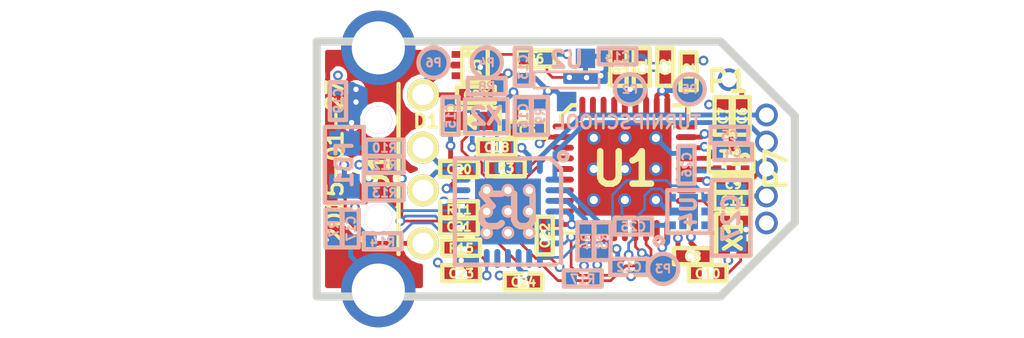
<source format=kicad_pcb>
(kicad_pcb (version 4) (host pcbnew "(2014-10-14 BZR 5188)-product")
  (title_block (date "28 jun 2014"))
  (layers (0 C1F signal) (1 C2 signal) (2 C3 signal) (31 C4B signal) (34 B.Paste user) (35 F.Paste user) (36 B.SilkS user) (37 F.SilkS user) (38 B.Mask user) (39 F.Mask user) (44 Edge.Cuts user))
  (net 0 "")
  (net 1 /DC)
  (net 2 /DD)
  (net 3 /RESET_N)
  (net 4 /SHIELD)
  (net 5 /USBDM_DN2)
  (net 6 /USBDP_DN2)
  (net 7 /VBUS)
  (net 8 3V3)
  (net 9 GND)
  (net 10 "Net-(C1-Pad2)")
  (net 11 "Net-(C6-Pad2)")
  (net 12 "Net-(C6-Pad1)")
  (net 13 "Net-(C7-Pad1)")
  (net 14 "Net-(C10-Pad1)")
  (net 15 "Net-(C11-Pad1)")
  (net 16 "Net-(C15-Pad2)")
  (net 17 "Net-(C16-Pad2)")
  (net 18 "Net-(C21-Pad1)")
  (net 19 "Net-(C26-Pad1)")
  (net 20 "Net-(FB1-Pad2)")
  (net 21 "Net-(J1-Pad2)")
  (net 22 "Net-(J1-Pad3)")
  (net 23 "Net-(R2-Pad1)")
  (net 24 "Net-(R4-Pad1)")
  (net 25 "Net-(R9-Pad1)")
  (net 26 "Net-(R10-Pad2)")
  (net 27 "Net-(R11-Pad2)")
  (net 28 "Net-(R14-Pad1)")
  (net 29 "Net-(R15-Pad1)")
  (net 30 "Net-(T1-Pad3)")
  (net 31 "Net-(T1-Pad4)")
  (net 32 "Net-(R17-Pad1)")
  (net 33 "Net-(R17-Pad2)")
  (net 34 "Net-(U3-Pad7)")
  (net 35 "Net-(U3-Pad8)")
  (net 36 "Net-(R5-Pad1)")
  (net 37 "Net-(U1-Pad1)")
  (net 38 "Net-(U1-Pad5)")
  (net 39 "Net-(U1-Pad6)")
  (net 40 "Net-(U1-Pad7)")
  (net 41 "Net-(U1-Pad8)")
  (net 42 "Net-(U1-Pad9)")
  (net 43 "Net-(U1-Pad13)")
  (net 44 "Net-(U1-Pad14)")
  (net 45 "Net-(U1-Pad17)")
  (net 46 "Net-(U1-Pad18)")
  (net 47 "Net-(U1-Pad32)")
  (net 48 "Net-(U1-Pad33)")
  (net 49 "Net-(U1-Pad34)")
  (net 50 "Net-(U1-Pad35)")
  (net 51 "Net-(U1-Pad36)")
  (net 52 "Net-(U3-Pad5)")
  (net 53 "Net-(U3-Pad6)")
  (net 54 "Net-(U3-Pad9)")
  (net 55 "Net-(U3-Pad11)")
  (net 56 "Net-(U3-Pad12)")
  (net 57 "Net-(U3-Pad25)")
  (net 58 "Net-(U4-Pad6)")
  (net 59 "Net-(U5-Pad1)")
  (net 60 "Net-(U5-Pad3)")
  (net 61 "Net-(R5-Pad2)")
  (net 62 "Net-(D1-Pad1)")
  (net 63 "Net-(R3-Pad1)")
  (module cc1111-legacy:GSG-SOT553 (layer C1F) (at 97.45 85.11 270)
    (fp_text reference U5 (at 0.21 -0.03 270) (layer F.SilkS) (effects (font (size 0.5 0.5) (thickness 0.125))))
    (fp_text value AH1806 hide)
    (pad 1 smd rect (at -0.50038 0.8509 270) (size 0.32004 0.50038) (layers C1F F.Paste F.Mask) (net 59 "Net-(U5-Pad1)"))
    (pad 2 smd rect (at 0 0.8509 270) (size 0.32004 0.50038) (layers C1F F.Paste F.Mask) (net 9 GND))
    (pad 3 smd rect (at 0.50038 0.8509 270) (size 0.32004 0.50038) (layers C1F F.Paste F.Mask) (net 60 "Net-(U5-Pad3)"))
    (pad 4 smd rect (at 0.50038 -0.8509 270) (size 0.32004 0.50038) (layers C1F F.Paste F.Mask) (net 8 3V3))
    (pad 5 smd rect (at -0.50038 -0.8509 270) (size 0.32004 0.50038) (layers C1F F.Paste F.Mask) (net 1 /DC))
  )
  (module cc1111-legacy:GSG-0402 (layer C1F) (at 97.49 86.51 180)
    (fp_text reference C28 (at 0 -0.03 180) (layer F.SilkS) (effects (font (size 0.4064 0.4064) (thickness 0.1016))))
    (fp_text value 100nF hide)
    (pad 2 smd rect (at 0.5334 0 180) (size 0.508 0.5588) (layers C1F F.Paste F.Mask) (net 9 GND))
    (pad 1 smd rect (at -0.5334 0 180) (size 0.508 0.5588) (layers C1F F.Paste F.Mask) (net 8 3V3))
  )
  (module cc1111-legacy:GSG-0402 (layer C1F) (at 105.3 85.2 270)
    (fp_text reference C1 (at -0.01 -0.02 270) (layer F.SilkS) (effects (font (size 0.4064 0.4064) (thickness 0.1016))))
    (fp_text value 1uF hide)
    (pad 2 smd rect (at 0.5334 0 270) (size 0.508 0.5588) (layers C1F F.Paste F.Mask) (net 10 "Net-(C1-Pad2)"))
    (pad 1 smd rect (at -0.5334 0 270) (size 0.508 0.5588) (layers C1F F.Paste F.Mask) (net 9 GND))
  )
  (module cc1111-legacy:GSG-0402 (layer C1F) (at 106.4 85.2 90)
    (fp_text reference C2 (at 0 0.02 90) (layer F.SilkS) (effects (font (size 0.4064 0.4064) (thickness 0.1016))))
    (fp_text value 100nF hide)
    (pad 2 smd rect (at 0.5334 0 90) (size 0.508 0.5588) (layers C1F F.Paste F.Mask) (net 9 GND))
    (pad 1 smd rect (at -0.5334 0 90) (size 0.508 0.5588) (layers C1F F.Paste F.Mask) (net 8 3V3))
  )
  (module cc1111-legacy:GSG-0402 (layer C1F) (at 99.91 88.15)
    (fp_text reference C3 (at 0 0.02) (layer F.SilkS) (effects (font (size 0.4064 0.4064) (thickness 0.1016))))
    (fp_text value 100nF hide)
    (pad 2 smd rect (at 0.5334 0) (size 0.508 0.5588) (layers C1F F.Paste F.Mask) (net 8 3V3))
    (pad 1 smd rect (at -0.5334 0) (size 0.508 0.5588) (layers C1F F.Paste F.Mask) (net 9 GND))
  )
  (module cc1111-legacy:GSG-0402 (layer C4B) (at 109.6 89.2 180)
    (fp_text reference C4 (at 0 -0.02 180) (layer B.SilkS) (effects (font (size 0.4064 0.4064) (thickness 0.1016)) (justify mirror)))
    (fp_text value 220pF hide)
    (pad 2 smd rect (at 0.5334 0 180) (size 0.508 0.5588) (layers C4B B.Paste B.Mask) (net 8 3V3))
    (pad 1 smd rect (at -0.5334 0 180) (size 0.508 0.5588) (layers C4B B.Paste B.Mask) (net 9 GND))
  )
  (module cc1111-legacy:GSG-0402 (layer C4B) (at 109.42 88.4 180)
    (fp_text reference C5 (at -0.01 -0.02 180) (layer B.SilkS) (effects (font (size 0.4064 0.4064) (thickness 0.1016)) (justify mirror)))
    (fp_text value 10nF hide)
    (pad 2 smd rect (at 0.5334 0 180) (size 0.508 0.5588) (layers C4B B.Paste B.Mask) (net 8 3V3))
    (pad 1 smd rect (at -0.5334 0 180) (size 0.508 0.5588) (layers C4B B.Paste B.Mask) (net 9 GND))
  )
  (module cc1111-legacy:GSG-0402 (layer C1F) (at 110 87.5 270)
    (fp_text reference C6 (at 0 -0.02 270) (layer F.SilkS) (effects (font (size 0.4064 0.4064) (thickness 0.1016))))
    (fp_text value 10nF hide)
    (pad 2 smd rect (at 0.5334 0 270) (size 0.508 0.5588) (layers C1F F.Paste F.Mask) (net 11 "Net-(C6-Pad2)"))
    (pad 1 smd rect (at -0.5334 0 270) (size 0.508 0.5588) (layers C1F F.Paste F.Mask) (net 12 "Net-(C6-Pad1)"))
  )
  (module cc1111-legacy:GSG-0402 (layer C1F) (at 109.1 87.5 90)
    (fp_text reference C7 (at 0 0.03 90) (layer F.SilkS) (effects (font (size 0.4064 0.4064) (thickness 0.1016))))
    (fp_text value 10nF hide)
    (pad 2 smd rect (at 0.5334 0 90) (size 0.508 0.5588) (layers C1F F.Paste F.Mask) (net 9 GND))
    (pad 1 smd rect (at -0.5334 0 90) (size 0.508 0.5588) (layers C1F F.Paste F.Mask) (net 13 "Net-(C7-Pad1)"))
  )
  (module cc1111-legacy:GSG-0402 (layer C1F) (at 107.7 94.1)
    (fp_text reference C8 (at 0 0.02) (layer F.SilkS) (effects (font (size 0.4064 0.4064) (thickness 0.1016))))
    (fp_text value 10nF hide)
    (pad 2 smd rect (at 0.5334 0) (size 0.508 0.5588) (layers C1F F.Paste F.Mask) (net 8 3V3))
    (pad 1 smd rect (at -0.5334 0) (size 0.508 0.5588) (layers C1F F.Paste F.Mask) (net 9 GND))
  )
  (module cc1111-legacy:GSG-0402 (layer C1F) (at 109.6 90.7 180)
    (fp_text reference C9 (at 0 -0.02 180) (layer F.SilkS) (effects (font (size 0.4064 0.4064) (thickness 0.1016))))
    (fp_text value 2p2 hide)
    (pad 2 smd rect (at 0.5334 0 180) (size 0.508 0.5588) (layers C1F F.Paste F.Mask) (net 8 3V3))
    (pad 1 smd rect (at -0.5334 0 180) (size 0.508 0.5588) (layers C1F F.Paste F.Mask) (net 9 GND))
  )
  (module cc1111-legacy:GSG-0402 (layer C1F) (at 108.4 94.9 180)
    (fp_text reference C10 (at 0 -0.03 180) (layer F.SilkS) (effects (font (size 0.4064 0.4064) (thickness 0.1016))))
    (fp_text value 22pF hide)
    (pad 2 smd rect (at 0.5334 0 180) (size 0.508 0.5588) (layers C1F F.Paste F.Mask) (net 9 GND))
    (pad 1 smd rect (at -0.5334 0 180) (size 0.508 0.5588) (layers C1F F.Paste F.Mask) (net 14 "Net-(C10-Pad1)"))
  )
  (module cc1111-legacy:GSG-0402 (layer C1F) (at 109.6 91.5)
    (fp_text reference C11 (at 0 0.01) (layer F.SilkS) (effects (font (size 0.4064 0.4064) (thickness 0.1016))))
    (fp_text value 22pF hide)
    (pad 2 smd rect (at 0.5334 0) (size 0.508 0.5588) (layers C1F F.Paste F.Mask) (net 9 GND))
    (pad 1 smd rect (at -0.5334 0) (size 0.508 0.5588) (layers C1F F.Paste F.Mask) (net 15 "Net-(C11-Pad1)"))
  )
  (module cc1111-legacy:GSG-0402 (layer C4B) (at 104.7 94.6 180)
    (fp_text reference C12 (at 0 -0.02 180) (layer B.SilkS) (effects (font (size 0.4064 0.4064) (thickness 0.1016)) (justify mirror)))
    (fp_text value 100nF hide)
    (pad 2 smd rect (at 0.5334 0 180) (size 0.508 0.5588) (layers C4B B.Paste B.Mask) (net 8 3V3))
    (pad 1 smd rect (at -0.5334 0 180) (size 0.508 0.5588) (layers C4B B.Paste B.Mask) (net 9 GND))
  )
  (module cc1111-legacy:GSG-0402 (layer C4B) (at 99.7 85.2 270)
    (fp_text reference C13 (at 0 -0.02 270) (layer B.SilkS) (effects (font (size 0.4064 0.4064) (thickness 0.1016)) (justify mirror)))
    (fp_text value 1uF hide)
    (pad 2 smd rect (at 0.5334 0 270) (size 0.508 0.5588) (layers C4B B.Paste B.Mask) (net 9 GND))
    (pad 1 smd rect (at -0.5334 0 270) (size 0.508 0.5588) (layers C4B B.Paste B.Mask) (net 7 /VBUS))
  )
  (module cc1111-legacy:GSG-0402 (layer C4B) (at 104.15 84.7)
    (fp_text reference C14 (at 0 0.03) (layer B.SilkS) (effects (font (size 0.4064 0.4064) (thickness 0.1016)) (justify mirror)))
    (fp_text value 4u7 hide)
    (pad 2 smd rect (at 0.5334 0) (size 0.508 0.5588) (layers C4B B.Paste B.Mask) (net 9 GND))
    (pad 1 smd rect (at -0.5334 0) (size 0.508 0.5588) (layers C4B B.Paste B.Mask) (net 8 3V3))
  )
  (module cc1111-legacy:GSG-0402 (layer C4B) (at 96.3 87.5 90)
    (fp_text reference C15 (at 0 0.02 90) (layer B.SilkS) (effects (font (size 0.4064 0.4064) (thickness 0.1016)) (justify mirror)))
    (fp_text value 18pF hide)
    (pad 2 smd rect (at 0.5334 0 90) (size 0.508 0.5588) (layers C4B B.Paste B.Mask) (net 16 "Net-(C15-Pad2)"))
    (pad 1 smd rect (at -0.5334 0 90) (size 0.508 0.5588) (layers C4B B.Paste B.Mask) (net 9 GND))
  )
  (module cc1111-legacy:GSG-0402 (layer C4B) (at 99.7 87.5 270)
    (fp_text reference C16 (at 0 -0.02 270) (layer B.SilkS) (effects (font (size 0.4064 0.4064) (thickness 0.1016)) (justify mirror)))
    (fp_text value 18pF hide)
    (pad 2 smd rect (at 0.5334 0 270) (size 0.508 0.5588) (layers C4B B.Paste B.Mask) (net 17 "Net-(C16-Pad2)"))
    (pad 1 smd rect (at -0.5334 0 270) (size 0.508 0.5588) (layers C4B B.Paste B.Mask) (net 9 GND))
  )
  (module cc1111-legacy:GSG-0402 (layer C4B) (at 91.6 92.8 90)
    (fp_text reference C17 (at 0 0.02 90) (layer B.SilkS) (effects (font (size 0.4064 0.4064) (thickness 0.1016)) (justify mirror)))
    (fp_text value 100nF hide)
    (pad 2 smd rect (at 0.5334 0 90) (size 0.508 0.5588) (layers C4B B.Paste B.Mask) (net 9 GND))
    (pad 1 smd rect (at -0.5334 0 90) (size 0.508 0.5588) (layers C4B B.Paste B.Mask) (net 4 /SHIELD))
  )
  (module cc1111-legacy:GSG-0402 (layer C1F) (at 98.47 88.97)
    (fp_text reference C18 (at 0 0.02) (layer F.SilkS) (effects (font (size 0.4064 0.4064) (thickness 0.1016))))
    (fp_text value 100nF hide)
    (pad 2 smd rect (at 0.5334 0) (size 0.508 0.5588) (layers C1F F.Paste F.Mask) (net 8 3V3))
    (pad 1 smd rect (at -0.5334 0) (size 0.508 0.5588) (layers C1F F.Paste F.Mask) (net 9 GND))
  )
  (module cc1111-legacy:GSG-0402 (layer C4B) (at 91 86.8 90)
    (fp_text reference C19 (at 0.01 0.02 90) (layer B.SilkS) (effects (font (size 0.4064 0.4064) (thickness 0.1016)) (justify mirror)))
    (fp_text value 1uF hide)
    (pad 2 smd rect (at 0.5334 0 90) (size 0.508 0.5588) (layers C4B B.Paste B.Mask) (net 9 GND))
    (pad 1 smd rect (at -0.5334 0 90) (size 0.508 0.5588) (layers C4B B.Paste B.Mask) (net 7 /VBUS))
  )
  (module cc1111-legacy:GSG-0402 (layer C1F) (at 96.7 90)
    (fp_text reference C20 (at 0 0.02) (layer F.SilkS) (effects (font (size 0.4064 0.4064) (thickness 0.1016))))
    (fp_text value 100nF hide)
    (pad 2 smd rect (at 0.5334 0) (size 0.508 0.5588) (layers C1F F.Paste F.Mask) (net 8 3V3))
    (pad 1 smd rect (at -0.5334 0) (size 0.508 0.5588) (layers C1F F.Paste F.Mask) (net 9 GND))
  )
  (module cc1111-legacy:GSG-0402 (layer C1F) (at 96.7 92.7)
    (fp_text reference C21 (at 0 0.02) (layer F.SilkS) (effects (font (size 0.4064 0.4064) (thickness 0.1016))))
    (fp_text value 100nF hide)
    (pad 2 smd rect (at 0.5334 0) (size 0.508 0.5588) (layers C1F F.Paste F.Mask) (net 9 GND))
    (pad 1 smd rect (at -0.5334 0) (size 0.508 0.5588) (layers C1F F.Paste F.Mask) (net 18 "Net-(C21-Pad1)"))
  )
  (module cc1111-legacy:GSG-0402 (layer C1F) (at 100.73 93.13 270)
    (fp_text reference C22 (at 0 -0.02 270) (layer F.SilkS) (effects (font (size 0.4064 0.4064) (thickness 0.1016))))
    (fp_text value 100nF hide)
    (pad 2 smd rect (at 0.5334 0 270) (size 0.508 0.5588) (layers C1F F.Paste F.Mask) (net 9 GND))
    (pad 1 smd rect (at -0.5334 0 270) (size 0.508 0.5588) (layers C1F F.Paste F.Mask) (net 8 3V3))
  )
  (module cc1111-legacy:GSG-0402 (layer C1F) (at 96.8 94.9 180)
    (fp_text reference C23 (at 0 -0.02 180) (layer F.SilkS) (effects (font (size 0.4064 0.4064) (thickness 0.1016))))
    (fp_text value 100nF hide)
    (pad 2 smd rect (at 0.5334 0 180) (size 0.508 0.5588) (layers C1F F.Paste F.Mask) (net 9 GND))
    (pad 1 smd rect (at -0.5334 0 180) (size 0.508 0.5588) (layers C1F F.Paste F.Mask) (net 8 3V3))
  )
  (module cc1111-legacy:GSG-0402 (layer C1F) (at 99.73 95.3)
    (fp_text reference C24 (at 0 0.02) (layer F.SilkS) (effects (font (size 0.4064 0.4064) (thickness 0.1016))))
    (fp_text value 100nF hide)
    (pad 2 smd rect (at 0.5334 0) (size 0.508 0.5588) (layers C1F F.Paste F.Mask) (net 8 3V3))
    (pad 1 smd rect (at -0.5334 0) (size 0.508 0.5588) (layers C1F F.Paste F.Mask) (net 9 GND))
  )
  (module cc1111-legacy:GSG-0402 (layer C4B) (at 104.9 92.7)
    (fp_text reference C25 (at 0 0.02) (layer B.SilkS) (effects (font (size 0.4064 0.4064) (thickness 0.1016)) (justify mirror)))
    (fp_text value 100nF hide)
    (pad 2 smd rect (at 0.5334 0) (size 0.508 0.5588) (layers C4B B.Paste B.Mask) (net 7 /VBUS))
    (pad 1 smd rect (at -0.5334 0) (size 0.508 0.5588) (layers C4B B.Paste B.Mask) (net 9 GND))
  )
  (module cc1111-legacy:GSG-0402 (layer C4B) (at 107.4 89.8 90)
    (fp_text reference C26 (at 0 0.02 90) (layer B.SilkS) (effects (font (size 0.4064 0.4064) (thickness 0.1016)) (justify mirror)))
    (fp_text value 100nF hide)
    (pad 2 smd rect (at 0.5334 0 90) (size 0.508 0.5588) (layers C4B B.Paste B.Mask) (net 9 GND))
    (pad 1 smd rect (at -0.5334 0 90) (size 0.508 0.5588) (layers C4B B.Paste B.Mask) (net 19 "Net-(C26-Pad1)"))
  )
  (module cc1111-legacy:GSG-0805 (layer C4B) (at 109.5 92.3 270)
    (fp_text reference C27 (at 0 0 270) (layer B.SilkS) (effects (font (size 0.762 0.762) (thickness 0.1905)) (justify mirror)))
    (fp_text value 47uF hide)
    (pad 2 smd rect (at 1.016 0 270) (size 1.15062 1.44018) (layers C4B B.Paste B.Mask) (net 9 GND) (clearance 0.1778))
    (pad 1 smd rect (at -1.016 0 270) (size 1.15062 1.44018) (layers C4B B.Paste B.Mask) (net 19 "Net-(C26-Pad1)") (clearance 0.1778))
  )
  (module cc1111-legacy:GSG-0805 (layer C4B) (at 91.3 89.8 270)
    (fp_text reference FB1 (at 0 0 270) (layer B.SilkS) (effects (font (size 0.762 0.762) (thickness 0.1905)) (justify mirror)))
    (fp_text value FILTER hide)
    (pad 2 smd rect (at 1.016 0 270) (size 1.15062 1.44018) (layers C4B B.Paste B.Mask) (net 20 "Net-(FB1-Pad2)") (clearance 0.1778))
    (pad 1 smd rect (at -1.016 0 270) (size 1.15062 1.44018) (layers C4B B.Paste B.Mask) (net 7 /VBUS) (clearance 0.1778))
  )
  (module cc1111-legacy:GSG-USB-A-1001-010-01001-SHIELD (layer C1F) (at 90 90 270)
    (fp_text reference J1 (at 0.05 -2.9 270) (layer F.SilkS) (effects (font (size 1.00076 1.00076) (thickness 0.2032))))
    (fp_text value USB-DEVICE-SHIELD hide)
    (pad 1 thru_hole circle (at 3.50012 -5.00126 270) (size 1.50114 1.50114) (drill 1.00076) (layers *.Cu *.Mask F.SilkS) (net 20 "Net-(FB1-Pad2)"))
    (pad 2 thru_hole circle (at 1.00076 -5.00126 270) (size 1.50114 1.50114) (drill 1.00076) (layers *.Cu *.Mask F.SilkS) (net 21 "Net-(J1-Pad2)"))
    (pad 3 thru_hole circle (at -1.00076 -5.00126 270) (size 1.50114 1.50114) (drill 1.00076) (layers *.Cu *.Mask F.SilkS) (net 22 "Net-(J1-Pad3)"))
    (pad 4 thru_hole circle (at -3.50012 -5.00126 270) (size 1.50114 1.50114) (drill 1.00076) (layers *.Cu *.Mask F.SilkS) (net 9 GND))
    (pad "" thru_hole circle (at 2.30124 -2.90068 270) (size 1.30048 1.30048) (drill 1.30048) (layers *.Cu *.Mask) (clearance -0.09906))
    (pad "" thru_hole circle (at -2.30124 -2.90068 270) (size 1.30048 1.30048) (drill 1.30048) (layers *.Cu *.Mask) (clearance -0.09906))
    (pad 5 thru_hole circle (at 5.69976 -2.90068 270) (size 3.50012 3.50012) (drill 2.49936) (layers *.Cu *.Mask) (net 4 /SHIELD))
    (pad 5 thru_hole circle (at -5.69976 -2.90068 270) (size 3.50012 3.50012) (drill 2.49936) (layers *.Cu *.Mask) (net 4 /SHIELD))
  )
  (module cc1111-legacy:GSG-50MIL-HEADER-1x1-TH (layer C1F) (at 109.4 85.8)
    (fp_text reference P1 (at -0.05 0.08) (layer F.SilkS) (effects (font (size 1.00076 1.00076) (thickness 0.2032))))
    (fp_text value CONN_1 hide)
    (pad 1 thru_hole circle (at 0 0) (size 1.0668 1.0668) (drill 0.7112) (layers *.Cu *.Mask) (net 12 "Net-(C6-Pad1)"))
  )
  (module cc1111-legacy:GSG-TESTPOINT-50MIL (layer C4B) (at 104.74 86.25)
    (fp_text reference P2 (at 0 0) (layer B.SilkS) (effects (font (size 0.381 0.381) (thickness 0.09652)) (justify mirror)))
    (fp_text value RESET_N hide)
    (pad 1 smd circle (at 0 0) (size 1.27 1.27) (layers C4B B.Mask) (net 3 /RESET_N))
  )
  (module cc1111-legacy:GSG-TESTPOINT-50MIL (layer C4B) (at 106.3 94.7)
    (fp_text reference P3 (at 0 0) (layer B.SilkS) (effects (font (size 0.381 0.381) (thickness 0.09652)) (justify mirror)))
    (fp_text value DD hide)
    (pad 1 smd circle (at 0 0) (size 1.27 1.27) (layers C4B B.Mask) (net 2 /DD))
  )
  (module cc1111-legacy:GSG-TESTPOINT-50MIL (layer C4B) (at 98 85)
    (fp_text reference P4 (at 0 0) (layer B.SilkS) (effects (font (size 0.381 0.381) (thickness 0.09652)) (justify mirror)))
    (fp_text value DC hide)
    (pad 1 smd circle (at 0 0) (size 1.27 1.27) (layers C4B B.Mask) (net 1 /DC))
  )
  (module cc1111-legacy:GSG-TESTPOINT-50MIL (layer C4B) (at 107.55 86.25)
    (fp_text reference P5 (at 0 0) (layer B.SilkS) (effects (font (size 0.381 0.381) (thickness 0.09652)) (justify mirror)))
    (fp_text value 3V3 hide)
    (pad 1 smd circle (at 0 0) (size 1.27 1.27) (layers C4B B.Mask) (net 8 3V3))
  )
  (module cc1111-legacy:GSG-TESTPOINT-50MIL (layer C4B) (at 95.5 85)
    (fp_text reference P6 (at 0 0) (layer B.SilkS) (effects (font (size 0.381 0.381) (thickness 0.09652)) (justify mirror)))
    (fp_text value GND hide)
    (pad 1 smd circle (at 0 0) (size 1.27 1.27) (layers C4B B.Mask) (net 9 GND))
  )
  (module cc1111-legacy:GSG-50MIL-HEADER-1x5-TH (layer C1F) (at 111.8 90 270)
    (fp_text reference P7 (at 0 0.18 270) (layer F.SilkS) (effects (font (size 1.00076 1.00076) (thickness 0.2032))))
    (fp_text value CABLE hide)
    (pad 1 thru_hole circle (at -2.54 0.635 270) (size 1.0668 1.0668) (drill 0.7112) (layers *.Cu *.Mask) (net 5 /USBDM_DN2))
    (pad 2 thru_hole circle (at -1.27 0.635 270) (size 1.0668 1.0668) (drill 0.7112) (layers *.Cu *.Mask) (net 6 /USBDP_DN2))
    (pad 3 thru_hole circle (at 0 0.635 270) (size 1.0668 1.0668) (drill 0.7112) (layers *.Cu *.Mask) (net 9 GND))
    (pad 4 thru_hole circle (at 1.27 0.635 270) (size 1.0668 1.0668) (drill 0.7112) (layers *.Cu *.Mask) (net 19 "Net-(C26-Pad1)"))
    (pad 5 thru_hole circle (at 2.54 0.635 270) (size 1.0668 1.0668) (drill 0.7112) (layers *.Cu *.Mask) (net 4 /SHIELD))
  )
  (module cc1111-legacy:GSG-0402 (layer C1F) (at 104.2 85.2 90)
    (fp_text reference R1 (at 0 0.02 90) (layer F.SilkS) (effects (font (size 0.4064 0.4064) (thickness 0.1016))))
    (fp_text value 10k hide)
    (pad 2 smd rect (at 0.5334 0 90) (size 0.508 0.5588) (layers C1F F.Paste F.Mask) (net 8 3V3))
    (pad 1 smd rect (at -0.5334 0 90) (size 0.508 0.5588) (layers C1F F.Paste F.Mask) (net 3 /RESET_N))
  )
  (module cc1111-legacy:GSG-0402 (layer C1F) (at 107.5 85.4 90)
    (fp_text reference R2 (at 0 0.02 90) (layer F.SilkS) (effects (font (size 0.4064 0.4064) (thickness 0.1016))))
    (fp_text value 56k hide)
    (pad 2 smd rect (at 0.5334 0 90) (size 0.508 0.5588) (layers C1F F.Paste F.Mask) (net 9 GND))
    (pad 1 smd rect (at -0.5334 0 90) (size 0.508 0.5588) (layers C1F F.Paste F.Mask) (net 23 "Net-(R2-Pad1)"))
  )
  (module cc1111-legacy:GSG-0402 (layer C4B) (at 102.65 93.4 270)
    (fp_text reference R4 (at 0 -0.02 270) (layer B.SilkS) (effects (font (size 0.4064 0.4064) (thickness 0.1016)) (justify mirror)))
    (fp_text value 33 hide)
    (pad 2 smd rect (at 0.5334 0 270) (size 0.508 0.5588) (layers C4B B.Paste B.Mask) (net 32 "Net-(R17-Pad1)"))
    (pad 1 smd rect (at -0.5334 0 270) (size 0.508 0.5588) (layers C4B B.Paste B.Mask) (net 24 "Net-(R4-Pad1)"))
  )
  (module cc1111-legacy:GSG-0402 (layer C4B) (at 103.45 93.4 270)
    (fp_text reference R5 (at 0 -0.02 270) (layer B.SilkS) (effects (font (size 0.4064 0.4064) (thickness 0.1016)) (justify mirror)))
    (fp_text value 33 hide)
    (pad 2 smd rect (at 0.5334 0 270) (size 0.508 0.5588) (layers C4B B.Paste B.Mask) (net 61 "Net-(R5-Pad2)"))
    (pad 1 smd rect (at -0.5334 0 270) (size 0.508 0.5588) (layers C4B B.Paste B.Mask) (net 36 "Net-(R5-Pad1)"))
  )
  (module cc1111-legacy:GSG-0402 (layer C1F) (at 100.3 84.8 180)
    (fp_text reference R6 (at 0 -0.02 180) (layer F.SilkS) (effects (font (size 0.4064 0.4064) (thickness 0.1016))))
    (fp_text value 100k hide)
    (pad 2 smd rect (at 0.5334 0 180) (size 0.508 0.5588) (layers C1F F.Paste F.Mask) (net 1 /DC))
    (pad 1 smd rect (at -0.5334 0 180) (size 0.508 0.5588) (layers C1F F.Paste F.Mask) (net 8 3V3))
  )
  (module cc1111-legacy:GSG-0402 (layer C4B) (at 90.8 92.8 90)
    (fp_text reference R7 (at 0 0.02 90) (layer B.SilkS) (effects (font (size 0.4064 0.4064) (thickness 0.1016)) (justify mirror)))
    (fp_text value 330 hide)
    (pad 2 smd rect (at 0.5334 0 90) (size 0.508 0.5588) (layers C4B B.Paste B.Mask) (net 9 GND))
    (pad 1 smd rect (at -0.5334 0 90) (size 0.508 0.5588) (layers C4B B.Paste B.Mask) (net 4 /SHIELD))
  )
  (module cc1111-legacy:GSG-0402 (layer C4B) (at 98 86.1)
    (fp_text reference R8 (at 0 0.03) (layer B.SilkS) (effects (font (size 0.4064 0.4064) (thickness 0.1016)) (justify mirror)))
    (fp_text value 1M hide)
    (pad 2 smd rect (at 0.5334 0) (size 0.508 0.5588) (layers C4B B.Paste B.Mask) (net 17 "Net-(C16-Pad2)"))
    (pad 1 smd rect (at -0.5334 0) (size 0.508 0.5588) (layers C4B B.Paste B.Mask) (net 16 "Net-(C15-Pad2)"))
  )
  (module cc1111-legacy:GSG-0402 (layer C4B) (at 100.5 87.5 90)
    (fp_text reference R9 (at 0 0.02 90) (layer B.SilkS) (effects (font (size 0.4064 0.4064) (thickness 0.1016)) (justify mirror)))
    (fp_text value 12k hide)
    (pad 2 smd rect (at 0.5334 0 90) (size 0.508 0.5588) (layers C4B B.Paste B.Mask) (net 9 GND))
    (pad 1 smd rect (at -0.5334 0 90) (size 0.508 0.5588) (layers C4B B.Paste B.Mask) (net 25 "Net-(R9-Pad1)"))
  )
  (module cc1111-legacy:GSG-0402 (layer C4B) (at 93.2 89)
    (fp_text reference R10 (at 0 0.01) (layer B.SilkS) (effects (font (size 0.4064 0.4064) (thickness 0.1016)) (justify mirror)))
    (fp_text value 100k hide)
    (pad 2 smd rect (at 0.5334 0) (size 0.508 0.5588) (layers C4B B.Paste B.Mask) (net 26 "Net-(R10-Pad2)"))
    (pad 1 smd rect (at -0.5334 0) (size 0.508 0.5588) (layers C4B B.Paste B.Mask) (net 7 /VBUS))
  )
  (module cc1111-legacy:GSG-0402 (layer C1F) (at 96.7 91.9 180)
    (fp_text reference R11 (at 0 -0.02 180) (layer F.SilkS) (effects (font (size 0.4064 0.4064) (thickness 0.1016))))
    (fp_text value 50k hide)
    (pad 2 smd rect (at 0.5334 0 180) (size 0.508 0.5588) (layers C1F F.Paste F.Mask) (net 27 "Net-(R11-Pad2)"))
    (pad 1 smd rect (at -0.5334 0 180) (size 0.508 0.5588) (layers C1F F.Paste F.Mask) (net 9 GND))
  )
  (module cc1111-legacy:GSG-0402 (layer C4B) (at 93.2 89.8 180)
    (fp_text reference R12 (at 0 -0.02 180) (layer B.SilkS) (effects (font (size 0.4064 0.4064) (thickness 0.1016)) (justify mirror)))
    (fp_text value 100k hide)
    (pad 2 smd rect (at 0.5334 0 180) (size 0.508 0.5588) (layers C4B B.Paste B.Mask) (net 9 GND))
    (pad 1 smd rect (at -0.5334 0 180) (size 0.508 0.5588) (layers C4B B.Paste B.Mask) (net 26 "Net-(R10-Pad2)"))
  )
  (module cc1111-legacy:GSG-0402 (layer C4B) (at 93.2 91.1)
    (fp_text reference R13 (at 0 0.02) (layer B.SilkS) (effects (font (size 0.4064 0.4064) (thickness 0.1016)) (justify mirror)))
    (fp_text value 100k hide)
    (pad 2 smd rect (at 0.5334 0) (size 0.508 0.5588) (layers C4B B.Paste B.Mask) (net 18 "Net-(C21-Pad1)"))
    (pad 1 smd rect (at -0.5334 0) (size 0.508 0.5588) (layers C4B B.Paste B.Mask) (net 8 3V3))
  )
  (module cc1111-legacy:GSG-0402 (layer C4B) (at 93.1 93.4 180)
    (fp_text reference R14 (at 0 -0.03 180) (layer B.SilkS) (effects (font (size 0.4064 0.4064) (thickness 0.1016)) (justify mirror)))
    (fp_text value 100k hide)
    (pad 2 smd rect (at 0.5334 0 180) (size 0.508 0.5588) (layers C4B B.Paste B.Mask) (net 9 GND))
    (pad 1 smd rect (at -0.5334 0 180) (size 0.508 0.5588) (layers C4B B.Paste B.Mask) (net 28 "Net-(R14-Pad1)"))
  )
  (module cc1111-legacy:GSG-0402 (layer C1F) (at 96.8 93.7 180)
    (fp_text reference R15 (at 0 -0.03 180) (layer F.SilkS) (effects (font (size 0.4064 0.4064) (thickness 0.1016))))
    (fp_text value 50k hide)
    (pad 2 smd rect (at 0.5334 0 180) (size 0.508 0.5588) (layers C1F F.Paste F.Mask) (net 9 GND))
    (pad 1 smd rect (at -0.5334 0 180) (size 0.508 0.5588) (layers C1F F.Paste F.Mask) (net 29 "Net-(R15-Pad1)"))
  )
  (module cc1111-legacy:GSG-B0310J50100AHF (layer C1F) (at 109.5 89.5)
    (fp_text reference T1 (at 0 0) (layer F.SilkS) (effects (font (size 0.635 0.635) (thickness 0.16002))))
    (fp_text value BALUN hide)
    (pad 1 smd rect (at 0.6604 -0.4953) (size 0.40894 0.3302) (layers C1F F.Paste F.Mask) (net 11 "Net-(C6-Pad2)"))
    (pad 2 smd rect (at 0 -0.4953) (size 0.40894 0.3302) (layers C1F F.Paste F.Mask) (net 13 "Net-(C7-Pad1)"))
    (pad 3 smd rect (at -0.6604 -0.4953) (size 0.40894 0.3302) (layers C1F F.Paste F.Mask) (net 30 "Net-(T1-Pad3)"))
    (pad 4 smd rect (at -0.6604 0.4953) (size 0.40894 0.3302) (layers C1F F.Paste F.Mask) (net 31 "Net-(T1-Pad4)"))
    (pad 5 smd rect (at 0 0.4953) (size 0.40894 0.3302) (layers C1F F.Paste F.Mask))
    (pad 6 smd rect (at 0.6604 0.4953) (size 0.40894 0.3302) (layers C1F F.Paste F.Mask))
  )
  (module cc1111-legacy:GSG-QFN36 (layer C1F) (at 104.5 90)
    (fp_text reference U1 (at 0 0) (layer F.SilkS) (effects (font (thickness 0.3048))))
    (fp_text value CC1111 hide)
    (pad 1 smd oval (at -2.90068 -1.99898) (size 1.00076 0.2794) (layers C1F F.Paste F.Mask) (net 37 "Net-(U1-Pad1)"))
    (pad 2 smd oval (at -2.90068 -1.50114) (size 1.00076 0.2794) (layers C1F F.Paste F.Mask) (net 8 3V3))
    (pad 3 smd oval (at -2.90068 -1.00076) (size 1.00076 0.2794) (layers C1F F.Paste F.Mask) (net 63 "Net-(R3-Pad1)"))
    (pad 4 smd oval (at -2.90068 -0.50038) (size 1.00076 0.2794) (layers C1F F.Paste F.Mask) (net 33 "Net-(R17-Pad2)"))
    (pad 5 smd oval (at -2.90068 0) (size 1.00076 0.2794) (layers C1F F.Paste F.Mask) (net 38 "Net-(U1-Pad5)"))
    (pad 6 smd oval (at -2.90068 0.50038) (size 1.00076 0.2794) (layers C1F F.Paste F.Mask) (net 39 "Net-(U1-Pad6)"))
    (pad 7 smd oval (at -2.90068 1.00076) (size 1.00076 0.2794) (layers C1F F.Paste F.Mask) (net 40 "Net-(U1-Pad7)"))
    (pad 8 smd oval (at -2.90068 1.50114) (size 1.00076 0.2794) (layers C1F F.Paste F.Mask) (net 41 "Net-(U1-Pad8)"))
    (pad 9 smd oval (at -2.90068 1.99898) (size 1.00076 0.2794) (layers C1F F.Paste F.Mask) (net 42 "Net-(U1-Pad9)"))
    (pad 10 smd oval (at -1.99898 2.90068 90) (size 1.00076 0.2794) (layers C1F F.Paste F.Mask) (net 32 "Net-(R17-Pad1)"))
    (pad 11 smd oval (at -1.50114 2.90068 90) (size 1.00076 0.2794) (layers C1F F.Paste F.Mask) (net 61 "Net-(R5-Pad2)"))
    (pad 12 smd oval (at -1.00076 2.90068 90) (size 1.00076 0.2794) (layers C1F F.Paste F.Mask) (net 8 3V3))
    (pad 13 smd oval (at -0.50038 2.90068 90) (size 1.00076 0.2794) (layers C1F F.Paste F.Mask) (net 43 "Net-(U1-Pad13)"))
    (pad 14 smd oval (at 0 2.90068 90) (size 1.00076 0.2794) (layers C1F F.Paste F.Mask) (net 44 "Net-(U1-Pad14)"))
    (pad 15 smd oval (at 0.50038 2.90068 90) (size 1.00076 0.2794) (layers C1F F.Paste F.Mask) (net 2 /DD))
    (pad 16 smd oval (at 1.00076 2.90068 90) (size 1.00076 0.2794) (layers C1F F.Paste F.Mask) (net 1 /DC))
    (pad 17 smd oval (at 1.50114 2.90068 90) (size 1.00076 0.2794) (layers C1F F.Paste F.Mask) (net 45 "Net-(U1-Pad17)"))
    (pad 18 smd oval (at 1.99898 2.90068 90) (size 1.00076 0.2794) (layers C1F F.Paste F.Mask) (net 46 "Net-(U1-Pad18)"))
    (pad 19 smd oval (at 2.90068 1.99898) (size 1.00076 0.2794) (layers C1F F.Paste F.Mask) (net 8 3V3))
    (pad 20 smd oval (at 2.90068 1.50114) (size 1.00076 0.2794) (layers C1F F.Paste F.Mask) (net 14 "Net-(C10-Pad1)"))
    (pad 21 smd oval (at 2.90068 1.00076) (size 1.00076 0.2794) (layers C1F F.Paste F.Mask) (net 15 "Net-(C11-Pad1)"))
    (pad 22 smd oval (at 2.90068 0.50038) (size 1.00076 0.2794) (layers C1F F.Paste F.Mask) (net 8 3V3))
    (pad 23 smd oval (at 2.90068 0) (size 1.00076 0.2794) (layers C1F F.Paste F.Mask) (net 31 "Net-(T1-Pad4)"))
    (pad 24 smd oval (at 2.90068 -0.50038) (size 1.00076 0.2794) (layers C1F F.Paste F.Mask) (net 30 "Net-(T1-Pad3)"))
    (pad 25 smd oval (at 2.90068 -1.00076) (size 1.00076 0.2794) (layers C1F F.Paste F.Mask) (net 8 3V3))
    (pad 26 smd oval (at 2.90068 -1.50114) (size 1.00076 0.2794) (layers C1F F.Paste F.Mask) (net 8 3V3))
    (pad 27 smd oval (at 2.90068 -1.99898) (size 1.00076 0.2794) (layers C1F F.Paste F.Mask) (net 23 "Net-(R2-Pad1)"))
    (pad 28 smd oval (at 1.99898 -2.90068 90) (size 1.00076 0.2794) (layers C1F F.Paste F.Mask) (net 8 3V3))
    (pad 29 smd oval (at 1.50114 -2.90068 90) (size 1.00076 0.2794) (layers C1F F.Paste F.Mask) (net 8 3V3))
    (pad 30 smd oval (at 1.00076 -2.90068 90) (size 1.00076 0.2794) (layers C1F F.Paste F.Mask) (net 10 "Net-(C1-Pad2)"))
    (pad 31 smd oval (at 0.50038 -2.90068 90) (size 1.00076 0.2794) (layers C1F F.Paste F.Mask) (net 3 /RESET_N))
    (pad 32 smd oval (at 0 -2.90068 90) (size 1.00076 0.2794) (layers C1F F.Paste F.Mask) (net 47 "Net-(U1-Pad32)"))
    (pad 33 smd oval (at -0.50038 -2.90068 90) (size 1.00076 0.2794) (layers C1F F.Paste F.Mask) (net 48 "Net-(U1-Pad33)"))
    (pad 34 smd oval (at -1.00076 -2.90068 90) (size 1.00076 0.2794) (layers C1F F.Paste F.Mask) (net 49 "Net-(U1-Pad34)"))
    (pad 35 smd oval (at -1.50114 -2.90068 90) (size 1.00076 0.2794) (layers C1F F.Paste F.Mask) (net 50 "Net-(U1-Pad35)"))
    (pad 36 smd oval (at -1.99898 -2.90068 90) (size 1.00076 0.2794) (layers C1F F.Paste F.Mask) (net 51 "Net-(U1-Pad36)"))
    (pad 0 smd rect (at 0 0) (size 1.47066 1.47066) (layers C1F F.Paste F.Mask) (net 9 GND))
    (pad 0 smd rect (at 1.4605 0) (size 1.47066 1.47066) (layers C1F F.Paste F.Mask) (net 9 GND))
    (pad 0 smd rect (at -1.4605 0) (size 1.47066 1.47066) (layers C1F F.Paste F.Mask) (net 9 GND))
    (pad 0 smd rect (at 0 -1.4605) (size 1.47066 1.47066) (layers C1F F.Paste F.Mask) (net 9 GND))
    (pad 0 smd rect (at 0 1.4605) (size 1.47066 1.47066) (layers C1F F.Paste F.Mask) (net 9 GND))
    (pad 0 smd rect (at 1.4605 -1.4605) (size 1.47066 1.47066) (layers C1F F.Paste F.Mask) (net 9 GND))
    (pad 0 smd rect (at -1.4605 -1.4605) (size 1.47066 1.47066) (layers C1F F.Paste F.Mask) (net 9 GND))
    (pad 0 smd rect (at -1.4605 1.4605) (size 1.47066 1.47066) (layers C1F F.Paste F.Mask) (net 9 GND))
    (pad 0 smd rect (at 1.4605 1.4605) (size 1.47066 1.47066) (layers C1F F.Paste F.Mask) (net 9 GND))
    (pad 0 thru_hole circle (at 1.4605 -1.4605) (size 0.635 0.635) (drill 0.381) (layers *.Cu *.Mask) (net 9 GND))
    (pad 0 thru_hole circle (at 0 -1.4605) (size 0.635 0.635) (drill 0.381) (layers *.Cu *.Mask) (net 9 GND))
    (pad 0 thru_hole circle (at -1.4605 -1.4605) (size 0.635 0.635) (drill 0.381) (layers *.Cu *.Mask) (net 9 GND))
    (pad 0 thru_hole circle (at -1.4605 0) (size 0.635 0.635) (drill 0.381) (layers *.Cu *.Mask) (net 9 GND))
    (pad 0 thru_hole circle (at 0 0) (size 0.635 0.635) (drill 0.381) (layers *.Cu *.Mask) (net 9 GND))
    (pad 0 thru_hole circle (at 1.4605 0) (size 0.635 0.635) (drill 0.381) (layers *.Cu *.Mask) (net 9 GND))
    (pad 0 thru_hole circle (at -1.4605 1.4605) (size 0.635 0.635) (drill 0.381) (layers *.Cu *.Mask) (net 9 GND))
    (pad 0 thru_hole circle (at 0 1.4605) (size 0.635 0.635) (drill 0.381) (layers *.Cu *.Mask) (net 9 GND))
    (pad 0 thru_hole circle (at 1.4605 1.4605) (size 0.635 0.635) (drill 0.381) (layers *.Cu *.Mask) (net 9 GND))
  )
  (module cc1111-legacy:GSG-SOT23-3 (layer C4B) (at 101.76 85.81 180)
    (fp_text reference U2 (at 0 0.96 180) (layer B.SilkS) (effects (font (size 0.762 0.762) (thickness 0.1905)) (justify mirror)))
    (fp_text value AP7313 hide)
    (pad 2 smd rect (at -0.889 1.016 180) (size 0.9144 0.9144) (layers C4B B.Paste B.Mask) (net 8 3V3))
    (pad 1 smd rect (at 0.889 1.016 180) (size 0.9144 0.9144) (layers C4B B.Paste B.Mask) (net 7 /VBUS))
    (pad 3 smd rect (at 0 -1.016 180) (size 0.9144 0.9144) (layers C4B B.Paste B.Mask) (net 9 GND))
  )
  (module cc1111-legacy:GSG-QFN28 (layer C4B) (at 99 92 180)
    (fp_text reference U3 (at 0 0 180) (layer B.SilkS) (effects (font (thickness 0.3048)) (justify mirror)))
    (fp_text value USB2412 hide)
    (pad 1 smd oval (at -2.21 1.5 180) (size 0.89 0.28) (layers C4B B.Paste B.Mask) (net 6 /USBDP_DN2))
    (pad 2 smd oval (at -2.21 1 180) (size 0.89 0.28) (layers C4B B.Paste B.Mask) (net 36 "Net-(R5-Pad1)"))
    (pad 3 smd oval (at -2.21 0.5 180) (size 0.89 0.28) (layers C4B B.Paste B.Mask) (net 24 "Net-(R4-Pad1)"))
    (pad 4 smd oval (at -2.21 0 180) (size 0.89 0.28) (layers C4B B.Paste B.Mask) (net 8 3V3))
    (pad 5 smd oval (at -2.21 -0.5 180) (size 0.89 0.28) (layers C4B B.Paste B.Mask) (net 52 "Net-(U3-Pad5)"))
    (pad 6 smd oval (at -2.21 -1 180) (size 0.89 0.28) (layers C4B B.Paste B.Mask) (net 53 "Net-(U3-Pad6)"))
    (pad 7 smd oval (at -2.21 -1.5 180) (size 0.89 0.28) (layers C4B B.Paste B.Mask) (net 34 "Net-(U3-Pad7)"))
    (pad 8 smd oval (at -1.5 -2.21 90) (size 0.89 0.28) (layers C4B B.Paste B.Mask) (net 35 "Net-(U3-Pad8)"))
    (pad 9 smd oval (at -1 -2.21 90) (size 0.89 0.28) (layers C4B B.Paste B.Mask) (net 54 "Net-(U3-Pad9)"))
    (pad 10 smd oval (at -0.5 -2.21 90) (size 0.89 0.28) (layers C4B B.Paste B.Mask) (net 8 3V3))
    (pad 11 smd oval (at 0 -2.21 90) (size 0.89 0.28) (layers C4B B.Paste B.Mask) (net 55 "Net-(U3-Pad11)"))
    (pad 12 smd oval (at 0.5 -2.21 90) (size 0.89 0.28) (layers C4B B.Paste B.Mask) (net 56 "Net-(U3-Pad12)"))
    (pad 13 smd oval (at 1 -2.21 90) (size 0.89 0.28) (layers C4B B.Paste B.Mask) (net 29 "Net-(R15-Pad1)"))
    (pad 14 smd oval (at 1.5 -2.21 90) (size 0.89 0.28) (layers C4B B.Paste B.Mask) (net 8 3V3))
    (pad 15 smd oval (at 2.21 -1.5 180) (size 0.89 0.28) (layers C4B B.Paste B.Mask) (net 9 GND))
    (pad 16 smd oval (at 2.21 -1 180) (size 0.89 0.28) (layers C4B B.Paste B.Mask) (net 28 "Net-(R14-Pad1)"))
    (pad 17 smd oval (at 2.21 -0.5 180) (size 0.89 0.28) (layers C4B B.Paste B.Mask) (net 18 "Net-(C21-Pad1)"))
    (pad 18 smd oval (at 2.21 0 180) (size 0.89 0.28) (layers C4B B.Paste B.Mask) (net 26 "Net-(R10-Pad2)"))
    (pad 19 smd oval (at 2.21 0.5 180) (size 0.89 0.28) (layers C4B B.Paste B.Mask) (net 27 "Net-(R11-Pad2)"))
    (pad 20 smd oval (at 2.21 1 180) (size 0.89 0.28) (layers C4B B.Paste B.Mask) (net 8 3V3))
    (pad 21 smd oval (at 2.21 1.5 180) (size 0.89 0.28) (layers C4B B.Paste B.Mask) (net 21 "Net-(J1-Pad2)"))
    (pad 22 smd oval (at 1.5 2.21 90) (size 0.89 0.28) (layers C4B B.Paste B.Mask) (net 22 "Net-(J1-Pad3)"))
    (pad 23 smd oval (at 1 2.21 90) (size 0.89 0.28) (layers C4B B.Paste B.Mask) (net 16 "Net-(C15-Pad2)"))
    (pad 24 smd oval (at 0.5 2.21 90) (size 0.89 0.28) (layers C4B B.Paste B.Mask) (net 17 "Net-(C16-Pad2)"))
    (pad 25 smd oval (at 0 2.21 90) (size 0.89 0.28) (layers C4B B.Paste B.Mask) (net 57 "Net-(U3-Pad25)"))
    (pad 26 smd oval (at -0.5 2.21 90) (size 0.89 0.28) (layers C4B B.Paste B.Mask) (net 25 "Net-(R9-Pad1)"))
    (pad 27 smd oval (at -1 2.21 90) (size 0.89 0.28) (layers C4B B.Paste B.Mask) (net 8 3V3))
    (pad 28 smd oval (at -1.5 2.21 90) (size 0.89 0.28) (layers C4B B.Paste B.Mask) (net 5 /USBDM_DN2))
    (pad 0 smd rect (at 0 0 90) (size 3.1 3.1) (layers C4B B.Mask) (net 9 GND))
    (pad 0 smd rect (at -1 1 90) (size 1 1) (layers C4B B.Paste) (net 9 GND))
    (pad 0 smd rect (at 0 1 90) (size 1 1) (layers C4B B.Paste) (net 9 GND))
    (pad 0 smd rect (at 1 1 90) (size 1 1) (layers C4B B.Paste) (net 9 GND))
    (pad 0 smd rect (at -1 0 90) (size 1 1) (layers C4B B.Paste) (net 9 GND))
    (pad 0 smd rect (at 0 0 90) (size 1 1) (layers C4B B.Paste) (net 9 GND))
    (pad 0 smd rect (at 1 0 90) (size 1 1) (layers C4B B.Paste) (net 9 GND))
    (pad 0 smd rect (at -1 -1 90) (size 1 1) (layers C4B B.Paste) (net 9 GND))
    (pad 0 smd rect (at 0 -1 90) (size 1 1) (layers C4B B.Paste) (net 9 GND))
    (pad 0 smd rect (at 1 -1 90) (size 1 1) (layers C4B B.Paste) (net 9 GND))
    (pad 0 thru_hole circle (at -1 1 90) (size 0.6 0.6) (drill 0.35) (layers *.Cu *.Mask B.SilkS) (net 9 GND))
    (pad 0 thru_hole circle (at 0 1 90) (size 0.6 0.6) (drill 0.35) (layers *.Cu *.Mask B.SilkS) (net 9 GND))
    (pad 0 thru_hole circle (at 1 1 90) (size 0.6 0.6) (drill 0.35) (layers *.Cu *.Mask B.SilkS) (net 9 GND))
    (pad 0 thru_hole circle (at -1 0 90) (size 0.6 0.6) (drill 0.35) (layers *.Cu *.Mask B.SilkS) (net 9 GND))
    (pad 0 thru_hole circle (at 0 0 90) (size 0.6 0.6) (drill 0.35) (layers *.Cu *.Mask B.SilkS) (net 9 GND))
    (pad 0 thru_hole circle (at 1 0 90) (size 0.6 0.6) (drill 0.35) (layers *.Cu *.Mask B.SilkS) (net 9 GND))
    (pad 0 thru_hole circle (at -1 -1 90) (size 0.6 0.6) (drill 0.35) (layers *.Cu *.Mask B.SilkS) (net 9 GND))
    (pad 0 thru_hole circle (at 0 -1 90) (size 0.6 0.6) (drill 0.35) (layers *.Cu *.Mask B.SilkS) (net 9 GND))
    (pad 0 thru_hole circle (at 1 -1 90) (size 0.6 0.6) (drill 0.35) (layers *.Cu *.Mask B.SilkS) (net 9 GND))
  )
  (module cc1111-legacy:GSG-U-DFN2020-6 (layer C4B) (at 107.5 92 90)
    (fp_text reference U4 (at 0 0 90) (layer B.SilkS) (effects (font (size 0.7 0.7) (thickness 0.175)) (justify mirror)))
    (fp_text value AP2511SN-7 hide)
    (pad 1 smd rect (at -0.65 -0.825 90) (size 0.37 0.45) (layers C4B B.Paste B.Mask) (net 7 /VBUS))
    (pad 2 smd rect (at 0 -0.625 90) (size 0.37 0.85) (layers C4B B.Paste B.Mask) (net 9 GND))
    (pad 3 smd rect (at 0.65 -0.825 90) (size 0.37 0.45) (layers C4B B.Paste B.Mask) (net 34 "Net-(U3-Pad7)"))
    (pad 4 smd rect (at 0.65 0.825 90) (size 0.37 0.45) (layers C4B B.Paste B.Mask) (net 35 "Net-(U3-Pad8)"))
    (pad 5 smd rect (at 0 0.825 90) (size 0.37 0.45) (layers C4B B.Paste B.Mask) (net 19 "Net-(C26-Pad1)"))
    (pad 6 smd rect (at -0.65 0.825 90) (size 0.37 0.45) (layers C4B B.Paste B.Mask) (net 58 "Net-(U4-Pad6)"))
    (pad 2 smd rect (at 0 0 90) (size 1.67 0.88) (layers C4B B.Paste B.Mask) (net 9 GND))
  )
  (module cc1111-legacy:GSG-XTAL2.0x1.6mm (layer C1F) (at 109.6 93.1 90)
    (fp_text reference X1 (at 0 0 90) (layer F.SilkS) (effects (font (size 0.8 0.8) (thickness 0.2))))
    (fp_text value GSG-XTAL4PIN hide)
    (pad 1 smd rect (at -0.68 0.5 90) (size 0.74 0.7) (layers C1F F.Paste F.Mask) (net 14 "Net-(C10-Pad1)"))
    (pad 3 smd rect (at 0.68 -0.5 90) (size 0.74 0.7) (layers C1F F.Paste F.Mask) (net 15 "Net-(C11-Pad1)"))
    (pad 2 smd rect (at 0.68 0.5 90) (size 0.74 0.7) (layers C1F F.Paste F.Mask) (net 9 GND))
    (pad 4 smd rect (at -0.68 -0.5 90) (size 0.74 0.7) (layers C1F F.Paste F.Mask) (net 9 GND))
  )
  (module cc1111-legacy:GSG-XTAL2.0x1.6mm (layer C4B) (at 97.98 87.51)
    (fp_text reference X2 (at 0 0) (layer B.SilkS) (effects (font (size 0.8 0.8) (thickness 0.2)) (justify mirror)))
    (fp_text value GSG-XTAL4PIN hide)
    (pad 1 smd rect (at -0.68 -0.5) (size 0.74 0.7) (layers C4B B.Paste B.Mask) (net 16 "Net-(C15-Pad2)"))
    (pad 3 smd rect (at 0.68 0.5) (size 0.74 0.7) (layers C4B B.Paste B.Mask) (net 17 "Net-(C16-Pad2)"))
    (pad 2 smd rect (at 0.68 -0.5) (size 0.74 0.7) (layers C4B B.Paste B.Mask) (net 9 GND))
    (pad 4 smd rect (at -0.68 0.5) (size 0.74 0.7) (layers C4B B.Paste B.Mask) (net 9 GND))
  )
  (module cc1111-legacy:GSG-0402 (layer C4B) (at 102.52 95.15 180)
    (fp_text reference R17 (at 0 -0.03 180) (layer B.SilkS) (effects (font (size 0.4064 0.4064) (thickness 0.1016)) (justify mirror)))
    (fp_text value 1.5k hide)
    (pad 2 smd rect (at 0.5334 0 180) (size 0.508 0.5588) (layers C4B B.Paste B.Mask) (net 33 "Net-(R17-Pad2)"))
    (pad 1 smd rect (at -0.5334 0 180) (size 0.508 0.5588) (layers C4B B.Paste B.Mask) (net 32 "Net-(R17-Pad1)"))
  )
  (module cc1111-legacy:GSG-0603D (layer C1F) (at 97.24 87.74 180)
    (fp_text reference D1 (at 2.08 -0.01 180) (layer F.SilkS) (effects (font (size 0.6096 0.6096) (thickness 0.1524))))
    (fp_text value LED1 hide)
    (pad 2 smd rect (at 0.762 0 180) (size 0.8636 0.8636) (layers C1F F.Paste F.Mask) (net 9 GND) (clearance 0.1778))
    (pad 1 smd rect (at -0.762 0 180) (size 0.8636 0.8636) (layers C1F F.Paste F.Mask) (net 62 "Net-(D1-Pad1)") (clearance 0.1778))
  )
  (module cc1111-legacy:GSG-0402 (layer C1F) (at 98.9 89.96 180)
    (fp_text reference R3 (at 0 0 180) (layer F.SilkS) (effects (font (size 0.4064 0.4064) (thickness 0.1016))))
    (fp_text value 330 hide)
    (pad 2 smd rect (at 0.5334 0 180) (size 0.508 0.5588) (layers C1F F.Paste F.Mask) (net 62 "Net-(D1-Pad1)"))
    (pad 1 smd rect (at -0.5334 0 180) (size 0.508 0.5588) (layers C1F F.Paste F.Mask) (net 63 "Net-(R3-Pad1)"))
  )
  (gr_text TURNIPSCHOOL (at 104.65 87.8) (layer B.SilkS) (effects (font (size 0.6096 0.6096) (thickness 0.127)) (justify mirror)))
  (gr_text 2015-01-27 (at 90.85 89.64 90) (layer F.SilkS) (effects (font (size 0.762 0.762) (thickness 0.1524))))
  (gr_line (start 112.5 87.5) (end 112.5 92.5) (angle 90) (layer Edge.Cuts) (width 0.381))
  (gr_line (start 109 84) (end 112.5 87.5) (angle 90) (layer Edge.Cuts) (width 0.381))
  (gr_line (start 90 84) (end 109 84) (angle 90) (layer Edge.Cuts) (width 0.381))
  (gr_line (start 109 96) (end 112.5 92.5) (angle 90) (layer Edge.Cuts) (width 0.381))
  (gr_line (start 90 96) (end 109 96) (angle 90) (layer Edge.Cuts) (width 0.381))
  (gr_line (start 90 84) (end 90 96) (angle 90) (layer Edge.Cuts) (width 0.381))
  (via (at 97.69526 85.21526) (size 0.4572) (layers C1F C4B) (net 1))
  (segment (start 97.69526 85.21526) (end 97.78474 85.21526) (width 0.127) (layer C4B) (net 1))
  (segment (start 97.78474 85.21526) (end 98 85) (width 0.127) (layer C4B) (net 1))
  (segment (start 98 85) (end 97.9 85) (width 0.127) (layer C4B) (net 1))
  (segment (start 97.9 85) (end 97.69 85.21) (width 0.127) (layer C4B) (net 1))
  (segment (start 97.69 85.21) (end 98 85) (width 0.127) (layer C4B) (net 1))
  (segment (start 99.7666 84.8) (end 99.57622 84.60962) (width 0.127) (layer C1F) (net 1))
  (segment (start 99.57622 84.60962) (end 98.3009 84.60962) (width 0.127) (layer C1F) (net 1))
  (segment (start 98.3009 84.60962) (end 98.34962 84.60962) (width 0.127) (layer C1F) (net 1))
  (segment (start 98.34962 84.60962) (end 98.37 84.63) (width 0.127) (layer C1F) (net 1))
  (segment (start 98.37 84.63) (end 98.3009 84.60962) (width 0.127) (layer C1F) (net 1))
  (segment (start 98.3009 84.60962) (end 98.3009 84.6009) (width 0.127) (layer C1F) (net 1))
  (segment (start 98.3009 84.6009) (end 98.3 84.6) (width 0.127) (layer C1F) (net 1))
  (segment (start 98.3 84.6) (end 98.3009 84.60962) (width 0.127) (layer C1F) (net 1))
  (segment (start 98.2 84.8) (end 98 85) (width 0.127) (layer C4B) (net 1))
  (segment (start 97.69526 85.21526) (end 98.3009 84.60962) (width 0.127) (layer C1F) (net 1))
  (segment (start 98.3009 84.60962) (end 98.3009 84.6391) (width 0.127) (layer C1F) (net 1))
  (segment (start 98.3009 84.6391) (end 98.3 84.64) (width 0.127) (layer C1F) (net 1))
  (segment (start 98.3 84.64) (end 98.3009 84.60962) (width 0.127) (layer C1F) (net 1))
  (segment (start 98.26 84.6) (end 98.3009 84.60962) (width 0.127) (layer C1F) (net 1))
  (segment (start 98.29128 84.6) (end 98.26 84.6) (width 0.127) (layer C1F) (net 1))
  (segment (start 98.3009 84.60962) (end 98.29128 84.6) (width 0.127) (layer C1F) (net 1))
  (segment (start 97.69526 85.21526) (end 97.7 85.21052) (width 0.127) (layer C1F) (net 1))
  (segment (start 97.69526 85.21526) (end 97.7 85.21052) (width 0.127) (layer C1F) (net 1))
  (segment (start 97.7 85.21052) (end 97.7 85.2) (width 0.127) (layer C1F) (net 1))
  (segment (start 97.7 85.2) (end 97.7 85.21052) (width 0.127) (layer C1F) (net 1))
  (segment (start 105.49 92.9) (end 105.50076 92.90068) (width 0.127) (layer C1F) (net 1))
  (segment (start 105.50008 92.9) (end 105.49 92.9) (width 0.127) (layer C1F) (net 1))
  (segment (start 105.50076 92.90068) (end 105.50008 92.9) (width 0.127) (layer C1F) (net 1))
  (segment (start 97.69526 85.80474) (end 97.49 86.01) (width 0.127) (layer C1F) (net 1))
  (segment (start 97.49 86.01) (end 97.49 87.03) (width 0.127) (layer C1F) (net 1))
  (segment (start 97.49 87.03) (end 97.28 87.24) (width 0.127) (layer C1F) (net 1))
  (segment (start 97.28 87.24) (end 97.28 88.26) (width 0.127) (layer C1F) (net 1))
  (segment (start 97.28 88.26) (end 96.83 88.71) (width 0.127) (layer C1F) (net 1))
  (segment (start 96.83 88.71) (end 96.83 89.13) (width 0.127) (layer C1F) (net 1))
  (segment (start 96.83 89.13) (end 97.18 89.48) (width 0.127) (layer C1F) (net 1))
  (segment (start 97.18 89.48) (end 97.54 89.48) (width 0.127) (layer C1F) (net 1))
  (segment (start 97.54 89.48) (end 97.78 89.72) (width 0.127) (layer C1F) (net 1))
  (segment (start 97.78 89.72) (end 97.78 90.2) (width 0.127) (layer C1F) (net 1))
  (segment (start 97.78 90.2) (end 98.06 90.48) (width 0.127) (layer C1F) (net 1))
  (segment (start 98.06 90.48) (end 98.26 90.48) (width 0.127) (layer C1F) (net 1))
  (segment (start 98.26 90.48) (end 98.5 90.72) (width 0.127) (layer C1F) (net 1))
  (segment (start 98.5 90.72) (end 98.5 93.44) (width 0.127) (layer C1F) (net 1))
  (segment (start 98.5 93.44) (end 99.58 94.52) (width 0.127) (layer C1F) (net 1))
  (segment (start 99.58 94.52) (end 100.62 94.52) (width 0.127) (layer C1F) (net 1))
  (segment (start 100.62 94.52) (end 101.354002 95.254002) (width 0.127) (layer C1F) (net 1))
  (segment (start 101.354002 95.254002) (end 103.835212 95.254002) (width 0.127) (layer C1F) (net 1))
  (segment (start 103.835212 95.254002) (end 104.529214 94.56) (width 0.127) (layer C1F) (net 1))
  (segment (start 104.529214 94.56) (end 105.31 94.56) (width 0.127) (layer C1F) (net 1))
  (segment (start 105.31 94.56) (end 105.73 94.14) (width 0.127) (layer C1F) (net 1))
  (segment (start 105.73 94.14) (end 105.73 93.78) (width 0.127) (layer C1F) (net 1))
  (segment (start 105.73 93.78) (end 105.50076 93.55076) (width 0.127) (layer C1F) (net 1))
  (segment (start 105.50076 93.55076) (end 105.50076 92.90068) (width 0.127) (layer C1F) (net 1))
  (segment (start 97.69526 85.21526) (end 97.69526 85.80474) (width 0.127) (layer C1F) (net 1))
  (segment (start 105.3 93.96) (end 105.46 93.96) (width 0.127) (layer C4B) (net 2))
  (segment (start 105.00038 93.66038) (end 105.3 93.96) (width 0.127) (layer C1F) (net 2))
  (segment (start 105.00038 92.90068) (end 105.00038 93.66038) (width 0.127) (layer C1F) (net 2))
  (via (at 105.3 93.96) (size 0.4572) (layers C1F C4B) (net 2))
  (segment (start 105.46 93.96) (end 106.2 94.7) (width 0.127) (layer C4B) (net 2))
  (segment (start 106.2 94.7) (end 106.3 94.7) (width 0.127) (layer C4B) (net 2))
  (segment (start 106.3 94.7) (end 106.2 94.7) (width 0.127) (layer C4B) (net 2))
  (segment (start 106.2 94.7) (end 106.3 94.7) (width 0.127) (layer C4B) (net 2))
  (segment (start 106.03 94.8) (end 106.03 95.1) (width 0.127) (layer C4B) (net 2))
  (segment (start 106.03 95.1) (end 106.04 95.09) (width 0.127) (layer C4B) (net 2))
  (segment (start 106.04 95.09) (end 106.04 95.07) (width 0.127) (layer C4B) (net 2))
  (segment (start 106.04 95.07) (end 106.03 95.1) (width 0.127) (layer C4B) (net 2))
  (segment (start 105.00038 92.90068) (end 105.00038 93.30038) (width 0.127) (layer C1F) (net 2))
  (segment (start 106 95.1) (end 106.03 95.1) (width 0.127) (layer C4B) (net 2))
  (segment (start 106.03 95.1) (end 106 95.1) (width 0.127) (layer C4B) (net 2))
  (segment (start 106 95.1) (end 106.03 95.1) (width 0.127) (layer C4B) (net 2))
  (segment (start 104.75 86.25) (end 104.66 86.34) (width 0.127) (layer C4B) (net 3))
  (via (at 104.75 86.25) (size 0.4572) (layers C1F C4B) (net 3))
  (segment (start 104.74 86.25) (end 104.74 86.2734) (width 0.127) (layer C1F) (net 3))
  (segment (start 104.74 86.2734) (end 104.7166 86.25) (width 0.127) (layer C1F) (net 3))
  (segment (start 104.75 86.25) (end 104.7166 86.25) (width 0.127) (layer C1F) (net 3))
  (segment (start 104.75 86.25) (end 104.74 86.25) (width 0.127) (layer C1F) (net 3))
  (segment (start 105.00038 86.50038) (end 104.75 86.25) (width 0.127) (layer C1F) (net 3))
  (segment (start 105.00038 87.09932) (end 105.00038 86.50038) (width 0.127) (layer C1F) (net 3))
  (segment (start 104.2 85.7334) (end 104.74 86.2734) (width 0.127) (layer C1F) (net 3))
  (segment (start 91.6 93.3334) (end 91.6 94.1) (width 0.2286) (layer C4B) (net 4))
  (segment (start 91.6 94.1) (end 92.90068 95.40068) (width 0.2286) (layer C4B) (net 4))
  (segment (start 92.90068 95.40068) (end 92.90068 95.69976) (width 0.2286) (layer C4B) (net 4))
  (segment (start 92.90068 95.69976) (end 92.90044 95.7) (width 0.2286) (layer C4B) (net 4))
  (segment (start 92.90044 95.7) (end 92.9 95.7) (width 0.2286) (layer C4B) (net 4))
  (segment (start 92.9 95.7) (end 92.90068 95.69976) (width 0.2286) (layer C4B) (net 4))
  (segment (start 92.90068 84.30024) (end 91.60976 84.30024) (width 0.2286) (layer C1F) (net 4))
  (segment (start 91.60976 84.30024) (end 90.52 85.39) (width 0.2286) (layer C1F) (net 4))
  (segment (start 90.52 85.39) (end 90.52 93.49) (width 0.2286) (layer C1F) (net 4))
  (segment (start 90.52 93.49) (end 92.72976 95.69976) (width 0.2286) (layer C1F) (net 4))
  (segment (start 92.72976 95.69976) (end 92.90068 95.69976) (width 0.2286) (layer C1F) (net 4))
  (segment (start 92.90068 95.69976) (end 92.90044 95.7) (width 0.2286) (layer C1F) (net 4))
  (segment (start 92.90044 95.7) (end 92.9 95.7) (width 0.2286) (layer C1F) (net 4))
  (segment (start 92.9 95.7) (end 92.90068 95.69976) (width 0.2286) (layer C1F) (net 4))
  (segment (start 92.90068 95.69976) (end 92.90044 95.7) (width 0.2286) (layer C4B) (net 4))
  (segment (start 92.90044 95.7) (end 92.9 95.7) (width 0.2286) (layer C4B) (net 4))
  (segment (start 92.9 95.7) (end 92.90068 95.69976) (width 0.2286) (layer C4B) (net 4))
  (segment (start 91.6 93.3334) (end 90.8 93.3334) (width 0.2286) (layer C4B) (net 4))
  (segment (start 90.62 93.5134) (end 90.8 93.3334) (width 0.127) (layer C4B) (net 4))
  (segment (start 111.16 87.46) (end 111.165 87.46) (width 0.2286) (layer C4B) (net 5))
  (segment (start 111.165 87.46) (end 111.16 87.46) (width 0.2286) (layer C4B) (net 5))
  (segment (start 100.5 89.79) (end 100.5 89.47) (width 0.2286) (layer C4B) (net 5))
  (segment (start 102.51 87.46) (end 111.165 87.46) (width 0.2286) (layer C4B) (net 5))
  (segment (start 100.5 89.47) (end 102.51 87.46) (width 0.2286) (layer C4B) (net 5))
  (segment (start 110.250602 87.815602) (end 111.165 88.73) (width 0.2286) (layer C4B) (net 6))
  (segment (start 102.657296 87.815602) (end 110.250602 87.815602) (width 0.2286) (layer C4B) (net 6))
  (segment (start 101.21 89.262898) (end 102.657296 87.815602) (width 0.2286) (layer C4B) (net 6))
  (segment (start 101.21 90.5) (end 101.21 89.262898) (width 0.2286) (layer C4B) (net 6))
  (segment (start 91.59 87.87) (end 91.64 87.82) (width 0.2286) (layer C4B) (net 7))
  (segment (start 91 87.87) (end 91.59 87.87) (width 0.2286) (layer C4B) (net 7))
  (segment (start 91 87.87) (end 91 88.484) (width 0.2286) (layer C4B) (net 7))
  (segment (start 91 87.3334) (end 91.5266 87.3334) (width 0.2286) (layer C4B) (net 7))
  (via (at 91.85 86.85) (size 0.4572) (layers C1F C4B) (net 7))
  (segment (start 91.85 86.85) (end 91.85 86.89) (width 0.2286) (layer C4B) (net 7))
  (segment (start 91.84 86.89) (end 91.85 86.89) (width 0.2286) (layer C4B) (net 7))
  (segment (start 91.84 86.86) (end 91.84 86.89) (width 0.2286) (layer C4B) (net 7))
  (segment (start 91.85 86.85) (end 91.84 86.86) (width 0.2286) (layer C4B) (net 7))
  (segment (start 91.85 87.01) (end 91.85 86.85) (width 0.2286) (layer C4B) (net 7))
  (segment (start 91.5266 87.3334) (end 91.85 87.01) (width 0.2286) (layer C4B) (net 7))
  (segment (start 106.52 93.44) (end 106.26 93.7) (width 0.2286) (layer C4B) (net 7))
  (via (at 106.26 93.7) (size 0.4572) (layers C1F C4B) (net 7))
  (segment (start 106.52 92.805) (end 106.52 93.44) (width 0.2286) (layer C4B) (net 7))
  (segment (start 91.3 88.784) (end 91.64 88.444) (width 0.2286) (layer C4B) (net 7))
  (segment (start 91.64 88.444) (end 91.64 87.82) (width 0.2286) (layer C4B) (net 7))
  (segment (start 91.64 87.82) (end 91.63 87.82) (width 0.2286) (layer C1F) (net 7))
  (via (at 91.64 87.82) (size 0.4572) (layers C1F C4B) (net 7))
  (segment (start 91.85 86.89) (end 91.85 86.25) (width 0.2286) (layer C4B) (net 7))
  (segment (start 91.85 86.25) (end 91.85 86.24) (width 0.2286) (layer C1F) (net 7))
  (via (at 91.85 86.25) (size 0.4572) (layers C1F C4B) (net 7))
  (segment (start 106.675 92.65) (end 106.52 92.805) (width 0.2286) (layer C4B) (net 7))
  (segment (start 100.871 84.794) (end 101.065 84.6) (width 0.2286) (layer C4B) (net 7))
  (segment (start 101.065 84.6) (end 101.78 84.6) (width 0.2286) (layer C4B) (net 7))
  (via (at 101.78 84.6) (size 0.4572) (layers C1F C4B) (net 7))
  (segment (start 100.6936 84.6666) (end 100.811 84.784) (width 0.127) (layer C4B) (net 7))
  (segment (start 99.7 84.6666) (end 100.6936 84.6666) (width 0.2286) (layer C4B) (net 7))
  (segment (start 91 88.484) (end 91.3 88.784) (width 0.127) (layer C4B) (net 7))
  (segment (start 91 87.3334) (end 91 87.87) (width 0.2286) (layer C4B) (net 7))
  (segment (start 91.516 89) (end 91.3 88.784) (width 0.127) (layer C4B) (net 7))
  (segment (start 92.6666 89) (end 91.516 89) (width 0.2286) (layer C4B) (net 7))
  (segment (start 105.4834 92.65) (end 105.4334 92.7) (width 0.127) (layer C4B) (net 7))
  (segment (start 106.675 92.65) (end 105.4834 92.65) (width 0.2286) (layer C4B) (net 7))
  (segment (start 105.44 92.7) (end 105.4334 92.7) (width 0.2286) (layer C4B) (net 7))
  (segment (start 105.4334 92.7) (end 105.44 92.7) (width 0.2286) (layer C4B) (net 7))
  (segment (start 103.6166 85.3634) (end 103.37 85.61) (width 0.2286) (layer C4B) (net 8))
  (via (at 102.7 85.7) (size 0.4572) (layers C1F C4B) (net 8))
  (segment (start 100.8334 85.4334) (end 101.09 85.69) (width 0.127) (layer C1F) (net 8))
  (segment (start 101.09 85.69) (end 101.89 85.69) (width 0.127) (layer C1F) (net 8))
  (via (at 101.89 85.69) (size 0.4572) (layers C1F C4B) (net 8))
  (segment (start 100.8334 84.8) (end 100.8334 85.4334) (width 0.127) (layer C1F) (net 8))
  (segment (start 102.649 84.794) (end 102.649 85.649) (width 0.2286) (layer C4B) (net 8))
  (segment (start 103.49924 92.90068) (end 103.49924 93.30924) (width 0.2286) (layer C1F) (net 8))
  (segment (start 103.49924 93.30924) (end 103.95 93.76) (width 0.2286) (layer C1F) (net 8))
  (segment (start 103.95 93.76) (end 104.11 93.76) (width 0.2286) (layer C1F) (net 8))
  (via (at 104.11 93.76) (size 0.4572) (layers C1F C4B) (net 8))
  (segment (start 104.11 93.76) (end 104.1666 93.8166) (width 0.2286) (layer C4B) (net 8))
  (segment (start 104.1666 93.8166) (end 104.1666 94.6) (width 0.2286) (layer C4B) (net 8))
  (segment (start 104.1666 94.6) (end 104.17 94.6) (width 0.2286) (layer C4B) (net 8))
  (segment (start 104.17 94.6) (end 104.1666 94.6) (width 0.2286) (layer C4B) (net 8))
  (segment (start 100.7434 92.61) (end 102 92.61) (width 0.2286) (layer C1F) (net 8))
  (segment (start 101.774204 92) (end 102 92.225796) (width 0.2286) (layer C4B) (net 8))
  (segment (start 102 92.225796) (end 102 92.61) (width 0.2286) (layer C4B) (net 8))
  (via (at 102 92.61) (size 0.4572) (layers C1F C4B) (net 8))
  (segment (start 101.774204 92) (end 101.21 92) (width 0.2286) (layer C4B) (net 8))
  (segment (start 100.7434 92.61) (end 100.73 92.5966) (width 0.2286) (layer C1F) (net 8))
  (segment (start 100.73 92.5966) (end 100.7334 92.5966) (width 0.2286) (layer C1F) (net 8))
  (segment (start 100.7334 92.5966) (end 100.74 92.59) (width 0.2286) (layer C1F) (net 8))
  (segment (start 100.74 92.59) (end 100.73 92.5966) (width 0.2286) (layer C1F) (net 8))
  (segment (start 104.1666 94.6) (end 104.1 94.5334) (width 0.2286) (layer C4B) (net 8))
  (segment (start 92.45 90.45) (end 92.45 90.8834) (width 0.2286) (layer C4B) (net 8))
  (via (at 92.45 90.45) (size 0.4572) (layers C1F C4B) (net 8))
  (segment (start 92.45 90.8834) (end 92.6666 91.1) (width 0.2286) (layer C4B) (net 8))
  (segment (start 92.6666 91.1) (end 92.7 91.1) (width 0.2286) (layer C4B) (net 8))
  (segment (start 92.7 91.1) (end 92.71 91.11) (width 0.2286) (layer C4B) (net 8))
  (segment (start 92.71 91.11) (end 92.6666 91.1) (width 0.2286) (layer C4B) (net 8))
  (segment (start 98.3009 85.61038) (end 98.88962 85.61038) (width 0.2286) (layer C1F) (net 8))
  (via (at 99 85.5) (size 0.4572) (layers C1F C4B) (net 8))
  (segment (start 98.88962 85.61038) (end 99 85.5) (width 0.2286) (layer C1F) (net 8))
  (segment (start 100.29 95.25) (end 100.2634 95.3) (width 0.2286) (layer C1F) (net 8))
  (segment (start 100.29 95.2734) (end 100.29 95.25) (width 0.2286) (layer C1F) (net 8))
  (segment (start 100.2634 95.3) (end 100.29 95.2734) (width 0.2286) (layer C1F) (net 8))
  (segment (start 100.13 95.3) (end 100.2634 95.3) (width 0.2286) (layer C1F) (net 8))
  (segment (start 99.81 94.98) (end 100.13 95.3) (width 0.2286) (layer C1F) (net 8))
  (via (at 99.81 94.98) (size 0.4572) (layers C1F C4B) (net 8))
  (segment (start 99.5 94.67) (end 99.81 94.98) (width 0.2286) (layer C4B) (net 8))
  (segment (start 99.5 94.21) (end 99.5 94.67) (width 0.2286) (layer C4B) (net 8))
  (segment (start 97.5 94.21) (end 97.41 94.3) (width 0.2286) (layer C4B) (net 8))
  (segment (start 97.41 94.3) (end 96.8 94.3) (width 0.2286) (layer C4B) (net 8))
  (via (at 96.8 94.3) (size 0.4572) (layers C1F C4B) (net 8))
  (segment (start 96.8 94.3) (end 96.8 94.3666) (width 0.2286) (layer C1F) (net 8))
  (segment (start 96.8 94.3666) (end 97.3334 94.9) (width 0.2286) (layer C1F) (net 8))
  (segment (start 97.3334 94.9) (end 97.3334 94.9666) (width 0.2286) (layer C1F) (net 8))
  (segment (start 97.3334 94.9666) (end 97.3 95) (width 0.2286) (layer C1F) (net 8))
  (segment (start 97.3 95) (end 97.3334 94.9) (width 0.2286) (layer C1F) (net 8))
  (segment (start 99.0334 89) (end 99.64 89) (width 0.2286) (layer C1F) (net 8))
  (segment (start 99.64 89.02) (end 99.64 89) (width 0.127) (layer C4B) (net 8))
  (via (at 99.64 89) (size 0.4572) (layers C1F C4B) (net 8))
  (segment (start 99.64 89.02) (end 100 89.38) (width 0.2286) (layer C4B) (net 8))
  (segment (start 99.0334 89) (end 99.0034 88.97) (width 0.127) (layer C1F) (net 8))
  (segment (start 99.0034 88.97) (end 99.0034 88.9866) (width 0.127) (layer C1F) (net 8))
  (segment (start 99.0034 88.9866) (end 98.96 89.03) (width 0.127) (layer C1F) (net 8))
  (segment (start 98.96 89.03) (end 99.0034 88.97) (width 0.127) (layer C1F) (net 8))
  (segment (start 100 89.79) (end 100 89.38) (width 0.2286) (layer C4B) (net 8))
  (segment (start 99.1334 88.9) (end 99.1334 88.9266) (width 0.127) (layer C1F) (net 8))
  (segment (start 99.1334 88.9266) (end 99.1 88.96) (width 0.127) (layer C1F) (net 8))
  (segment (start 99.1 88.96) (end 99.1334 88.9) (width 0.127) (layer C1F) (net 8))
  (segment (start 96.11 90.92) (end 96.17 90.98) (width 0.127) (layer C1F) (net 8))
  (segment (start 96.17 90.98) (end 96.2 90.98) (width 0.127) (layer C1F) (net 8))
  (segment (start 96.2 90.98) (end 96.11 90.92) (width 0.127) (layer C1F) (net 8))
  (segment (start 98.3009 85.61038) (end 98.41962 85.61038) (width 0.127) (layer C1F) (net 8))
  (segment (start 98.3009 85.61038) (end 98.3009 86.2325) (width 0.2286) (layer C1F) (net 8))
  (segment (start 98.3009 86.2325) (end 98.0234 86.51) (width 0.2286) (layer C1F) (net 8))
  (segment (start 98.0234 86.51) (end 98.0234 86.4466) (width 0.127) (layer C1F) (net 8))
  (segment (start 98.0234 86.4466) (end 98.05 86.42) (width 0.127) (layer C1F) (net 8))
  (segment (start 98.05 86.42) (end 98.0234 86.51) (width 0.127) (layer C1F) (net 8))
  (segment (start 108.20076 88.99924) (end 108.25 88.95) (width 0.127) (layer C1F) (net 8))
  (via (at 108.25 88.95) (size 0.4572) (layers C1F C4B) (net 8))
  (segment (start 108.25 88.95) (end 108.5 89.2) (width 0.2286) (layer C4B) (net 8))
  (segment (start 108.5 89.2) (end 109.0666 89.2) (width 0.2286) (layer C4B) (net 8))
  (segment (start 107.40068 88.99924) (end 108.20076 88.99924) (width 0.2286) (layer C1F) (net 8))
  (segment (start 107.40068 88.49886) (end 108.10114 88.49886) (width 0.2286) (layer C1F) (net 8))
  (segment (start 104.2 84.6666) (end 104.1834 84.6666) (width 0.127) (layer C1F) (net 8))
  (segment (start 102.673 84.7) (end 102.589 84.784) (width 0.127) (layer C4B) (net 8))
  (segment (start 103.5666 84.7) (end 102.673 84.7) (width 0.2286) (layer C4B) (net 8))
  (segment (start 108.10114 88.49886) (end 108.25 88.35) (width 0.127) (layer C1F) (net 8))
  (via (at 108.25 88.35) (size 0.4572) (layers C1F C4B) (net 8))
  (segment (start 108.23 88.33) (end 108.3 88.4) (width 0.127) (layer C4B) (net 8))
  (segment (start 108.25 88.35) (end 108.23 88.33) (width 0.127) (layer C4B) (net 8))
  (segment (start 106.00114 86.55886) (end 106.25 86.31) (width 0.2286) (layer C1F) (net 8))
  (segment (start 106.49898 86.55898) (end 106.49898 87.09932) (width 0.2286) (layer C1F) (net 8))
  (segment (start 106.49898 86.55898) (end 106.25 86.31) (width 0.2286) (layer C1F) (net 8))
  (segment (start 106.00114 87.09932) (end 106.00114 86.55886) (width 0.2286) (layer C1F) (net 8))
  (segment (start 106.25 85.8834) (end 106.4 85.7334) (width 0.2286) (layer C1F) (net 8))
  (segment (start 106.25 86.31) (end 106.25 85.8834) (width 0.2286) (layer C1F) (net 8))
  (segment (start 100.4434 88.15) (end 100.4434 88.0666) (width 0.127) (layer C1F) (net 8))
  (segment (start 96.19 91) (end 96.11 90.92) (width 0.127) (layer C4B) (net 8))
  (via (at 96.11 90.92) (size 0.4572) (layers C1F C4B) (net 8))
  (segment (start 96.79 91) (end 96.19 91) (width 0.2286) (layer C4B) (net 8))
  (segment (start 100.1666 95.3) (end 100.05 95.3) (width 0.127) (layer C1F) (net 8))
  (segment (start 101.21 92) (end 101.58 92) (width 0.127) (layer C4B) (net 8))
  (segment (start 101.21 92) (end 101.55 92) (width 0.127) (layer C4B) (net 8))
  (segment (start 107.38 92) (end 107.40068 91.99898) (width 0.2286) (layer C1F) (net 8))
  (segment (start 107.39966 92) (end 107.38 92) (width 0.2286) (layer C1F) (net 8))
  (segment (start 107.40068 91.99898) (end 107.39966 92) (width 0.2286) (layer C1F) (net 8))
  (segment (start 107.46898 91.99898) (end 107.40068 91.99898) (width 0.2286) (layer C1F) (net 8))
  (segment (start 107.61 92.14) (end 107.46898 91.99898) (width 0.2286) (layer C1F) (net 8))
  (via (at 107.61 93.2) (size 0.4572) (layers C1F C4B) (net 8))
  (segment (start 108.2334 94.1) (end 107.61 93.4766) (width 0.2286) (layer C1F) (net 8))
  (segment (start 107.61 93.4766) (end 107.61 93.2) (width 0.2286) (layer C1F) (net 8))
  (segment (start 107.61 93.2) (end 107.61 92.14) (width 0.2286) (layer C1F) (net 8))
  (segment (start 97.27 90) (end 97.2334 90) (width 0.2286) (layer C1F) (net 8))
  (segment (start 97.2334 90) (end 97.27 90) (width 0.2286) (layer C1F) (net 8))
  (segment (start 97.11 90) (end 97.2334 90) (width 0.2286) (layer C1F) (net 8))
  (segment (start 96.19 90.92) (end 97.11 90) (width 0.2286) (layer C1F) (net 8))
  (segment (start 96.11 90.92) (end 96.19 90.92) (width 0.2286) (layer C1F) (net 8))
  (segment (start 101.21 92) (end 101.56 92) (width 0.2286) (layer C4B) (net 8))
  (segment (start 100.73 92.6) (end 100.73 92.5966) (width 0.2286) (layer C1F) (net 8))
  (segment (start 100.73 92.5966) (end 100.73 92.6) (width 0.2286) (layer C1F) (net 8))
  (segment (start 101.59932 88.49886) (end 100.79114 88.49886) (width 0.2286) (layer C1F) (net 8))
  (via (at 100.49 88.8) (size 0.4572) (layers C1F C4B) (net 8))
  (segment (start 100.79114 88.49886) (end 100.49 88.8) (width 0.2286) (layer C1F) (net 8))
  (segment (start 100.44 88.15) (end 100.4434 88.15) (width 0.2286) (layer C1F) (net 8))
  (segment (start 100.4434 88.15) (end 100.44 88.15) (width 0.2286) (layer C1F) (net 8))
  (segment (start 100.4434 88.15112) (end 100.4434 88.15) (width 0.2286) (layer C1F) (net 8))
  (segment (start 100.79114 88.49886) (end 100.4434 88.15112) (width 0.2286) (layer C1F) (net 8))
  (segment (start 108.25 88.35) (end 108.23 88.33) (width 0.2286) (layer C4B) (net 8))
  (segment (start 108.3 88.4) (end 108.25 88.35) (width 0.2286) (layer C4B) (net 8))
  (segment (start 108.8866 88.4) (end 108.3 88.4) (width 0.2286) (layer C4B) (net 8))
  (segment (start 108.29038 90.50038) (end 108.36 90.57) (width 0.127) (layer C1F) (net 8))
  (via (at 108.36 90.57) (size 0.4572) (layers C1F C4B) (net 8))
  (segment (start 108.29038 90.50038) (end 107.40068 90.50038) (width 0.2286) (layer C1F) (net 8))
  (segment (start 108.41 90.58) (end 108.36 90.57) (width 0.2286) (layer C1F) (net 8))
  (segment (start 108.4 90.57) (end 108.41 90.58) (width 0.2286) (layer C1F) (net 8))
  (segment (start 108.36 90.57) (end 108.4 90.57) (width 0.2286) (layer C1F) (net 8))
  (segment (start 108.9366 90.57) (end 108.36 90.57) (width 0.2286) (layer C1F) (net 8))
  (segment (start 109.0666 90.7) (end 108.9366 90.57) (width 0.2286) (layer C1F) (net 8))
  (via (at 103.37 85.61) (size 0.4572) (layers C1F C4B) (net 8))
  (segment (start 104.2 84.78) (end 103.37 85.61) (width 0.2286) (layer C1F) (net 8))
  (segment (start 104.2 84.6666) (end 104.2 84.78) (width 0.2286) (layer C1F) (net 8))
  (segment (start 103.6166 84.7) (end 103.6166 85.3634) (width 0.2286) (layer C4B) (net 8))
  (segment (start 107.5 86.25) (end 107.55 86.25) (width 0.2286) (layer C4B) (net 8))
  (segment (start 107.55 86.25) (end 107.5 86.25) (width 0.2286) (layer C4B) (net 8))
  (segment (start 107.49 86.31) (end 107.55 86.25) (width 0.2286) (layer C4B) (net 8))
  (via (at 106.25 86.31) (size 0.4572) (layers C1F C4B) (net 8))
  (segment (start 106.25 86.31) (end 107.49 86.31) (width 0.2286) (layer C4B) (net 8))
  (segment (start 107 93.9334) (end 107 93.25) (width 0.2286) (layer C1F) (net 9))
  (segment (start 104.79 95.0434) (end 105.2334 94.6) (width 0.2286) (layer C4B) (net 9))
  (via (at 104.79 95.05) (size 0.4572) (layers C1F C4B) (net 9))
  (segment (start 104.79 95.0434) (end 104.79 95.05) (width 0.2286) (layer C4B) (net 9))
  (via (at 107 93.25) (size 0.4572) (layers C1F C4B) (net 9))
  (segment (start 107 93.9334) (end 107.1666 94.1) (width 0.2286) (layer C1F) (net 9))
  (segment (start 107.1666 94.1) (end 107.1666 94.1066) (width 0.2286) (layer C1F) (net 9))
  (segment (start 107.1666 94.1066) (end 107.21 94.15) (width 0.2286) (layer C1F) (net 9))
  (segment (start 107.21 94.15) (end 107.1666 94.1) (width 0.2286) (layer C1F) (net 9))
  (via (at 109.37 94.3) (size 0.4572) (layers C1F C4B) (net 9))
  (segment (start 109.1 94.03) (end 109.37 94.3) (width 0.2286) (layer C1F) (net 9))
  (segment (start 91.6 92.2666) (end 91.6 92) (width 0.2286) (layer C4B) (net 9))
  (via (at 91.8 91.8) (size 0.4572) (layers C1F C4B) (net 9))
  (segment (start 91.6 92) (end 91.8 91.8) (width 0.2286) (layer C4B) (net 9))
  (segment (start 95.00126 86.49988) (end 95.00012 86.49988) (width 0.2286) (layer C4B) (net 9))
  (segment (start 95.00012 86.49988) (end 95 86.5) (width 0.2286) (layer C4B) (net 9))
  (segment (start 95 86.5) (end 95.00126 86.49988) (width 0.2286) (layer C4B) (net 9))
  (via (at 108.2 84.9) (size 0.4572) (layers C1F C4B) (net 9))
  (segment (start 107.5334 84.9) (end 108.2 84.9) (width 0.2286) (layer C1F) (net 9))
  (segment (start 109.9534 88.4) (end 109.99 88.4366) (width 0.2286) (layer C4B) (net 9))
  (segment (start 109.99 88.4366) (end 109.99 89.0566) (width 0.2286) (layer C4B) (net 9))
  (segment (start 109.99 89.0566) (end 110.1334 89.2) (width 0.2286) (layer C4B) (net 9))
  (segment (start 110.1334 89.2) (end 110.1334 89.1434) (width 0.2286) (layer C4B) (net 9))
  (segment (start 110.1334 89.1434) (end 110.07 89.08) (width 0.2286) (layer C4B) (net 9))
  (segment (start 110.07 89.08) (end 110.1334 89.2) (width 0.2286) (layer C4B) (net 9))
  (segment (start 96.2666 93.7) (end 97.2334 92.7332) (width 0.2286) (layer C1F) (net 9))
  (segment (start 97.2334 92.7332) (end 97.2334 92.7) (width 0.127) (layer C1F) (net 9))
  (segment (start 97.2334 92.7) (end 97.2334 92.7234) (width 0.127) (layer C1F) (net 9))
  (segment (start 97.2334 92.7234) (end 97.25 92.74) (width 0.127) (layer C1F) (net 9))
  (segment (start 97.25 92.74) (end 97.2334 92.7) (width 0.127) (layer C1F) (net 9))
  (segment (start 109.1 93.78) (end 109.1 94.03) (width 0.2286) (layer C1F) (net 9))
  (segment (start 97.9366 88.97) (end 97.33 88.97) (width 0.2286) (layer C1F) (net 9))
  (via (at 97.32 88.98) (size 0.4572) (layers C1F C4B) (net 9))
  (segment (start 97.33 88.97) (end 97.32 88.98) (width 0.127) (layer C1F) (net 9))
  (segment (start 96.1666 90) (end 96.17 89.9966) (width 0.127) (layer C1F) (net 9))
  (segment (start 96.5991 85.11) (end 96.14 85.11) (width 0.2286) (layer C1F) (net 9))
  (segment (start 96.14 85.11) (end 95.00126 86.24874) (width 0.2286) (layer C1F) (net 9))
  (segment (start 95.00126 86.24874) (end 95.00126 86.49988) (width 0.127) (layer C1F) (net 9))
  (segment (start 95.00126 86.49988) (end 95.00114 86.5) (width 0.127) (layer C1F) (net 9))
  (segment (start 95.00114 86.5) (end 95 86.5) (width 0.127) (layer C1F) (net 9))
  (segment (start 95 86.5) (end 95.00126 86.49988) (width 0.127) (layer C1F) (net 9))
  (segment (start 96.9566 86.51) (end 95.01138 86.51) (width 0.2286) (layer C1F) (net 9))
  (segment (start 95.01138 86.51) (end 95.00126 86.49988) (width 0.127) (layer C1F) (net 9))
  (segment (start 95.00126 86.49988) (end 95.00126 86.51126) (width 0.127) (layer C1F) (net 9))
  (segment (start 95.07 86.58) (end 95.00126 86.49988) (width 0.127) (layer C1F) (net 9))
  (segment (start 107.8666 94.8) (end 107.1666 94.1) (width 0.2286) (layer C1F) (net 9))
  (segment (start 107.8666 94.9) (end 107.8666 94.8) (width 0.127) (layer C1F) (net 9))
  (segment (start 106.3834 84.6666) (end 105.85 85.2) (width 0.2286) (layer C1F) (net 9))
  (segment (start 105.3166 84.6666) (end 105.3 84.6666) (width 0.127) (layer C1F) (net 9))
  (segment (start 105.3166 84.6666) (end 105.85 85.2) (width 0.2286) (layer C1F) (net 9))
  (segment (start 106.4 84.6666) (end 106.3834 84.6666) (width 0.127) (layer C1F) (net 9))
  (segment (start 110.9334 90) (end 111.165 90) (width 0.127) (layer C4B) (net 9))
  (segment (start 110.1334 89.2) (end 110.9334 90) (width 0.2286) (layer C4B) (net 9))
  (segment (start 106.6876 89.2666) (end 105.9605 88.5395) (width 0.2286) (layer C4B) (net 9))
  (segment (start 107.4 89.2666) (end 106.6876 89.2666) (width 0.2286) (layer C4B) (net 9))
  (segment (start 91.6 92.2666) (end 91.6 92.4334) (width 0.127) (layer C4B) (net 9))
  (segment (start 90.8 92.2666) (end 91.6 92.2666) (width 0.2286) (layer C4B) (net 9))
  (segment (start 99.26 86.405) (end 98.655 87.01) (width 0.2286) (layer C4B) (net 9))
  (segment (start 99.26 86.405) (end 99.26 86.38) (width 0.127) (layer C4B) (net 9))
  (segment (start 99.7 85.7334) (end 99.7166 85.75) (width 0.127) (layer C4B) (net 9))
  (segment (start 97.2 88.01) (end 97.3 88.01) (width 0.127) (layer C4B) (net 9))
  (segment (start 104.3666 91.5939) (end 104.5 91.4605) (width 0.127) (layer C4B) (net 9))
  (segment (start 104.3666 92.7) (end 104.3666 91.5939) (width 0.127) (layer C4B) (net 9))
  (segment (start 106.56 92) (end 106.0205 91.4605) (width 0.2286) (layer C4B) (net 9))
  (segment (start 106.0205 91.4605) (end 105.9605 91.4605) (width 0.127) (layer C4B) (net 9))
  (segment (start 106.875 92) (end 106.56 92) (width 0.2286) (layer C4B) (net 9))
  (segment (start 110.1 92.75) (end 110.2 92.85) (width 0.127) (layer C1F) (net 9))
  (via (at 110.2 92.85) (size 0.4572) (layers C1F C4B) (net 9))
  (segment (start 110.2 92.85) (end 109.734 93.316) (width 0.127) (layer C4B) (net 9))
  (segment (start 109.734 93.316) (end 109.5 93.316) (width 0.127) (layer C4B) (net 9))
  (segment (start 110.1 92.425) (end 110.1 92.75) (width 0.127) (layer C1F) (net 9))
  (segment (start 97.5 93.5) (end 99 92) (width 0.127) (layer C4B) (net 9))
  (segment (start 96.79 93.5) (end 97.5 93.5) (width 0.2286) (layer C4B) (net 9))
  (via (at 92 89.8) (size 0.4572) (layers C1F C4B) (net 9))
  (segment (start 92.6666 89.8) (end 92 89.8) (width 0.2286) (layer C4B) (net 9))
  (segment (start 104.6834 84.7) (end 104.75 84.7666) (width 0.2286) (layer C4B) (net 9))
  (segment (start 106.875 92) (end 107.5 92) (width 0.2286) (layer C4B) (net 9))
  (segment (start 110.1334 91.5) (end 110.1334 90.7) (width 0.2286) (layer C1F) (net 9))
  (segment (start 97.2334 91.9) (end 97.18 91.9) (width 0.127) (layer C1F) (net 9))
  (segment (start 108.4634 86.9666) (end 108.46 86.97) (width 0.127) (layer C1F) (net 9))
  (via (at 108.46 86.97) (size 0.4572) (layers C1F C4B) (net 9))
  (segment (start 109.1 86.9666) (end 108.4634 86.9666) (width 0.2286) (layer C1F) (net 9))
  (segment (start 97.26 92.64) (end 97.2334 92.7) (width 0.127) (layer C1F) (net 9))
  (segment (start 97.26 92.6734) (end 97.26 92.64) (width 0.127) (layer C1F) (net 9))
  (segment (start 97.2334 92.7) (end 97.26 92.6734) (width 0.127) (layer C1F) (net 9))
  (segment (start 97.2334 91.9) (end 97.2334 92.7) (width 0.2286) (layer C1F) (net 9))
  (via (at 91 85.6) (size 0.4572) (layers C1F C4B) (net 9))
  (segment (start 91 86.2666) (end 91 85.6) (width 0.2286) (layer C4B) (net 9))
  (segment (start 92.57 93.4) (end 92.5666 93.4) (width 0.2286) (layer C4B) (net 9))
  (segment (start 92.5666 93.4) (end 92.57 93.4) (width 0.2286) (layer C4B) (net 9))
  (segment (start 92.5666 93.3466) (end 92.5666 93.4) (width 0.2286) (layer C4B) (net 9))
  (segment (start 91.6 92.38) (end 92.5666 93.3466) (width 0.2286) (layer C4B) (net 9))
  (segment (start 91.6 92.2666) (end 91.6 92.38) (width 0.2286) (layer C4B) (net 9))
  (segment (start 100.6634 93.6634) (end 100 93) (width 0.2286) (layer C1F) (net 9))
  (segment (start 100.73 93.6634) (end 100.6634 93.6634) (width 0.2286) (layer C1F) (net 9))
  (segment (start 100.75 86.47) (end 100.92 86.3) (width 0.2286) (layer C4B) (net 9))
  (segment (start 100.75 86.7166) (end 100.75 86.47) (width 0.2286) (layer C4B) (net 9))
  (segment (start 100.5 86.9666) (end 100.75 86.7166) (width 0.2286) (layer C4B) (net 9))
  (segment (start 99.7 86.9666) (end 99.26 86.5266) (width 0.2286) (layer C4B) (net 9))
  (segment (start 99.26 86.5266) (end 99.26 86.38) (width 0.127) (layer C4B) (net 9))
  (segment (start 100.2934 85.7334) (end 100.89 86.33) (width 0.2286) (layer C4B) (net 9))
  (segment (start 100.89 86.33) (end 100.92 86.33) (width 0.2286) (layer C4B) (net 9))
  (segment (start 100.92 86.33) (end 100.92 86.3) (width 0.2286) (layer C4B) (net 9))
  (segment (start 100.92 86.3) (end 100.89 86.33) (width 0.2286) (layer C4B) (net 9))
  (segment (start 100.87 86.36) (end 100.89 86.33) (width 0.2286) (layer C4B) (net 9))
  (segment (start 100.89 86.34) (end 100.87 86.36) (width 0.2286) (layer C4B) (net 9))
  (segment (start 100.89 86.33) (end 100.89 86.34) (width 0.2286) (layer C4B) (net 9))
  (segment (start 101.76 86.826) (end 101.264 86.33) (width 0.2286) (layer C4B) (net 9))
  (segment (start 101.264 86.33) (end 100.89 86.33) (width 0.2286) (layer C4B) (net 9))
  (via (at 100.89 86.33) (size 0.4572) (layers C1F C4B) (net 9))
  (segment (start 99.7 85.7334) (end 100.2934 85.7334) (width 0.2286) (layer C4B) (net 9))
  (segment (start 99.3766 86.4966) (end 99.26 86.38) (width 0.2286) (layer C1F) (net 9))
  (via (at 99.26 86.38) (size 0.4572) (layers C1F C4B) (net 9))
  (segment (start 99.3766 88.15) (end 99.3766 86.4966) (width 0.2286) (layer C1F) (net 9))
  (segment (start 107.5 84.8666) (end 107.5334 84.9) (width 0.2286) (layer C1F) (net 9))
  (segment (start 110.13 90.7) (end 110.1334 90.7) (width 0.2286) (layer C1F) (net 9))
  (segment (start 110.1334 90.7) (end 110.13 90.7) (width 0.2286) (layer C1F) (net 9))
  (segment (start 110.25 90.7) (end 110.1334 90.7) (width 0.2286) (layer C1F) (net 9))
  (segment (start 110.95 90) (end 110.25 90.7) (width 0.2286) (layer C1F) (net 9))
  (segment (start 111.165 90) (end 110.95 90) (width 0.2286) (layer C1F) (net 9))
  (via (at 105.85 85.2) (size 0.4572) (layers C1F C4B) (net 9))
  (segment (start 104.6834 84.7) (end 105.35 84.7) (width 0.2286) (layer C4B) (net 9))
  (segment (start 105.35 84.7) (end 105.85 85.2) (width 0.2286) (layer C4B) (net 9))
  (segment (start 98 93) (end 97.5334 93) (width 0.2286) (layer C1F) (net 9))
  (segment (start 97.5334 93) (end 97.2334 92.7) (width 0.2286) (layer C1F) (net 9))
  (segment (start 97.2334 92.7) (end 97.23 92.7) (width 0.2286) (layer C1F) (net 9))
  (segment (start 97.23 92.7) (end 97.2334 92.7) (width 0.2286) (layer C1F) (net 9))
  (via (at 95.7 94.4) (size 0.4572) (layers C1F C4B) (net 9))
  (segment (start 96.2 94.9) (end 95.7 94.4) (width 0.2286) (layer C1F) (net 9))
  (segment (start 96.2666 94.9) (end 96.2 94.9) (width 0.2286) (layer C1F) (net 9))
  (segment (start 99.1966 95.3) (end 98.9066 95.01) (width 0.2286) (layer C1F) (net 9))
  (segment (start 98.9066 95.01) (end 98.61 95.01) (width 0.2286) (layer C1F) (net 9))
  (via (at 98.61 95.01) (size 0.4572) (layers C1F C4B) (net 9))
  (segment (start 97.4 89) (end 97.32 88.98) (width 0.2286) (layer C4B) (net 9))
  (segment (start 97.38 88.98) (end 97.4 89) (width 0.2286) (layer C4B) (net 9))
  (segment (start 97.32 88.98) (end 97.38 88.98) (width 0.2286) (layer C4B) (net 9))
  (segment (start 97.32 88.03) (end 97.32 88.98) (width 0.2286) (layer C4B) (net 9))
  (segment (start 97.3 88.01) (end 97.32 88.03) (width 0.2286) (layer C4B) (net 9))
  (segment (start 96.3 88.0334) (end 96.3 88.9) (width 0.2286) (layer C4B) (net 9))
  (via (at 96.3 88.9) (size 0.4572) (layers C1F C4B) (net 9))
  (segment (start 96.3 89.8666) (end 96.3 88.9) (width 0.2286) (layer C1F) (net 9))
  (segment (start 96.1666 90) (end 96.3 89.8666) (width 0.2286) (layer C1F) (net 9))
  (segment (start 95.5 85.45) (end 95.5 85) (width 0.2286) (layer C4B) (net 9))
  (segment (start 95.00126 85.94874) (end 95.5 85.45) (width 0.2286) (layer C4B) (net 9))
  (segment (start 95.00126 86.49988) (end 95.00126 85.94874) (width 0.2286) (layer C4B) (net 9))
  (segment (start 96.95 86.51) (end 96.9566 86.51) (width 0.127) (layer C1F) (net 9))
  (segment (start 96.9566 86.51) (end 96.95 86.51) (width 0.127) (layer C1F) (net 9))
  (segment (start 96.9566 87.2614) (end 96.9566 86.51) (width 0.127) (layer C1F) (net 9))
  (segment (start 96.478 87.74) (end 96.9566 87.2614) (width 0.127) (layer C1F) (net 9))
  (segment (start 105.50076 85.93416) (end 105.3 85.7334) (width 0.127) (layer C1F) (net 10))
  (segment (start 105.50076 87.09932) (end 105.50076 85.93416) (width 0.127) (layer C1F) (net 10))
  (segment (start 110.1604 88.1938) (end 110.1604 89.0047) (width 0.2286) (layer C1F) (net 11))
  (segment (start 110 88.0334) (end 110.1604 88.1938) (width 0.127) (layer C1F) (net 11))
  (segment (start 110 86.4) (end 109.4 85.8) (width 0.2286) (layer C1F) (net 12))
  (segment (start 110 86.9666) (end 110 86.4) (width 0.2286) (layer C1F) (net 12))
  (segment (start 109.5 89.0047) (end 109.5 88.4334) (width 0.2286) (layer C1F) (net 13))
  (segment (start 109.5 88.4334) (end 109.1 88.0334) (width 0.2286) (layer C1F) (net 13))
  (segment (start 108.9334 94.9) (end 109.37 94.9) (width 0.127) (layer C1F) (net 14))
  (segment (start 109.95 94.32) (end 109.95 93.93) (width 0.127) (layer C1F) (net 14))
  (segment (start 109.37 94.9) (end 109.95 94.32) (width 0.127) (layer C1F) (net 14))
  (segment (start 109.95 93.93) (end 110.1 93.78) (width 0.127) (layer C1F) (net 14))
  (segment (start 110.1 93.78) (end 110.1 93.76) (width 0.127) (layer C1F) (net 14))
  (segment (start 110.1 93.76) (end 110.1 93.78) (width 0.127) (layer C1F) (net 14))
  (segment (start 108.19114 91.50114) (end 108.51 91.82) (width 0.127) (layer C1F) (net 14))
  (segment (start 108.51 91.82) (end 108.51 92.84) (width 0.127) (layer C1F) (net 14))
  (segment (start 108.51 92.84) (end 108.8 93.13) (width 0.127) (layer C1F) (net 14))
  (segment (start 108.8 93.13) (end 109.455 93.13) (width 0.127) (layer C1F) (net 14))
  (segment (start 109.455 93.13) (end 110.1 93.775) (width 0.127) (layer C1F) (net 14))
  (segment (start 107.40068 91.50114) (end 108.19114 91.50114) (width 0.127) (layer C1F) (net 14))
  (segment (start 110.1 93.79) (end 110.1 93.775) (width 0.127) (layer C1F) (net 14))
  (segment (start 108.9334 94.9) (end 108.99 94.9) (width 0.127) (layer C1F) (net 14))
  (segment (start 109.1 91.5334) (end 109.0666 91.5) (width 0.127) (layer C1F) (net 15))
  (segment (start 109.1 92.425) (end 109.1 91.5334) (width 0.127) (layer C1F) (net 15))
  (segment (start 108.56076 91.00076) (end 109.06 91.5) (width 0.127) (layer C1F) (net 15))
  (segment (start 109.06 91.5) (end 109.0666 91.5) (width 0.127) (layer C1F) (net 15))
  (segment (start 107.40068 91.00076) (end 108.56076 91.00076) (width 0.127) (layer C1F) (net 15))
  (segment (start 97.305 86.2616) (end 97.4666 86.1) (width 0.127) (layer C4B) (net 16))
  (segment (start 97.305 87.01) (end 97.305 86.2616) (width 0.127) (layer C4B) (net 16))
  (segment (start 96.3434 87.01) (end 97.305 87.01) (width 0.2286) (layer C4B) (net 16))
  (segment (start 96.3 86.9666) (end 96.3434 87.01) (width 0.127) (layer C4B) (net 16))
  (segment (start 97.87 87.58) (end 97.87 88.61) (width 0.127) (layer C4B) (net 16))
  (segment (start 97.87 88.61) (end 98 88.74) (width 0.127) (layer C4B) (net 16))
  (segment (start 98 88.74) (end 98 89.79) (width 0.127) (layer C4B) (net 16))
  (segment (start 97.3 87.01) (end 97.87 87.58) (width 0.127) (layer C4B) (net 16))
  (segment (start 98.5 88.165) (end 98.655 88.01) (width 0.127) (layer C4B) (net 17))
  (segment (start 98.5 89.79) (end 98.5 88.165) (width 0.127) (layer C4B) (net 17))
  (segment (start 99.6766 88.01) (end 98.655 88.01) (width 0.2286) (layer C4B) (net 17))
  (segment (start 99.7 88.0334) (end 99.6766 88.01) (width 0.127) (layer C4B) (net 17))
  (segment (start 98.09 87.44) (end 98.09 86.5434) (width 0.127) (layer C4B) (net 17))
  (segment (start 98.09 86.5434) (end 98.5334 86.1) (width 0.127) (layer C4B) (net 17))
  (segment (start 98.66 88.01) (end 98.09 87.44) (width 0.127) (layer C4B) (net 17))
  (segment (start 95.865998 92.5) (end 95.58 92.214002) (width 0.127) (layer C4B) (net 18))
  (segment (start 95.58 92.214002) (end 94.175998 92.214002) (width 0.127) (layer C4B) (net 18))
  (segment (start 94.175998 92.214002) (end 93.94 92.45) (width 0.127) (layer C4B) (net 18))
  (via (at 93.94 92.45) (size 0.4572) (layers C1F C4B) (net 18))
  (segment (start 93.94 92.45) (end 94.01 92.38) (width 0.127) (layer C1F) (net 18))
  (segment (start 94.01 92.38) (end 94.01 90.45) (width 0.127) (layer C1F) (net 18))
  (via (at 94.01 90.45) (size 0.4572) (layers C1F C4B) (net 18))
  (segment (start 94.01 90.45) (end 94.01 90.8234) (width 0.127) (layer C4B) (net 18))
  (segment (start 94.01 90.8234) (end 93.7334 91.1) (width 0.127) (layer C4B) (net 18))
  (segment (start 96.79 92.5) (end 95.865998 92.5) (width 0.127) (layer C4B) (net 18))
  (segment (start 95.9166 92.45) (end 96.1666 92.7) (width 0.127) (layer C1F) (net 18))
  (segment (start 93.94 92.45) (end 95.9166 92.45) (width 0.127) (layer C1F) (net 18))
  (segment (start 109.514 91.27) (end 109.5 91.284) (width 0.127) (layer C4B) (net 19))
  (segment (start 111.165 91.27) (end 109.514 91.27) (width 0.2286) (layer C4B) (net 19))
  (segment (start 108.984 91.8) (end 109.5 91.284) (width 0.127) (layer C4B) (net 19))
  (segment (start 108.325 92) (end 108.4 92) (width 0.127) (layer C4B) (net 19))
  (segment (start 107.5934 90.14) (end 107.4 90.3334) (width 0.127) (layer C4B) (net 19))
  (segment (start 109.5 91.28) (end 109.5 91.284) (width 0.2286) (layer C4B) (net 19))
  (segment (start 109.5 91.284) (end 109.5 91.28) (width 0.2286) (layer C4B) (net 19))
  (segment (start 109.5 90.43) (end 109.5 91.284) (width 0.2286) (layer C4B) (net 19))
  (segment (start 109.16 90.09) (end 109.5 90.43) (width 0.2286) (layer C4B) (net 19))
  (segment (start 107.6434 90.09) (end 109.16 90.09) (width 0.2286) (layer C4B) (net 19))
  (segment (start 107.4 90.3334) (end 107.6434 90.09) (width 0.2286) (layer C4B) (net 19))
  (segment (start 109.51 91.3) (end 109.5 91.284) (width 0.2286) (layer C4B) (net 19))
  (segment (start 109.5 91.29) (end 109.51 91.3) (width 0.2286) (layer C4B) (net 19))
  (segment (start 109.5 91.284) (end 109.5 91.29) (width 0.2286) (layer C4B) (net 19))
  (segment (start 108.784 92) (end 109.5 91.284) (width 0.2286) (layer C4B) (net 19))
  (segment (start 108.325 92) (end 108.784 92) (width 0.2286) (layer C4B) (net 19))
  (via (at 91.3 89.8) (size 0.4572) (layers C1F C4B) (net 20))
  (segment (start 91.3 89.8) (end 91.3 92.2) (width 0.2286) (layer C1F) (net 20))
  (segment (start 91.3 92.2) (end 92.60012 93.50012) (width 0.2286) (layer C1F) (net 20))
  (segment (start 92.60012 93.50012) (end 95.00126 93.50012) (width 0.2286) (layer C1F) (net 20))
  (segment (start 91.3 90.816) (end 91.3 89.8) (width 0.2286) (layer C4B) (net 20))
  (segment (start 95 91) (end 95.00126 91.00076) (width 0.2286) (layer C4B) (net 21))
  (segment (start 95.0005 91) (end 95 91) (width 0.2286) (layer C4B) (net 21))
  (segment (start 95.00126 91.00076) (end 95.0005 91) (width 0.2286) (layer C4B) (net 21))
  (segment (start 95.00126 90.76874) (end 95.00126 91.00076) (width 0.2286) (layer C4B) (net 21))
  (segment (start 95.624398 90.145602) (end 95.00126 90.76874) (width 0.2286) (layer C4B) (net 21))
  (segment (start 96.14 90.145602) (end 95.624398 90.145602) (width 0.2286) (layer C4B) (net 21))
  (segment (start 96.494398 90.5) (end 96.14 90.145602) (width 0.2286) (layer C4B) (net 21))
  (segment (start 96.79 90.5) (end 96.494398 90.5) (width 0.2286) (layer C4B) (net 21))
  (segment (start 95 89) (end 95.00126 88.99924) (width 0.2286) (layer C4B) (net 22))
  (segment (start 95.00076 88.99924) (end 95 89) (width 0.2286) (layer C4B) (net 22))
  (segment (start 95.00126 88.99924) (end 95.00076 88.99924) (width 0.2286) (layer C4B) (net 22))
  (segment (start 95.79202 89.79) (end 95.00126 88.99924) (width 0.2286) (layer C4B) (net 22))
  (segment (start 97.5 89.79) (end 95.79202 89.79) (width 0.2286) (layer C4B) (net 22))
  (segment (start 107.40068 86.03272) (end 107.5 85.9334) (width 0.127) (layer C1F) (net 23))
  (segment (start 107.40068 88.00102) (end 107.40068 86.03272) (width 0.127) (layer C1F) (net 23))
  (segment (start 101.21 91.5) (end 101.777102 91.5) (width 0.2286) (layer C4B) (net 24))
  (segment (start 102.65 92.372898) (end 102.65 92.8666) (width 0.2286) (layer C4B) (net 24))
  (segment (start 101.777102 91.5) (end 102.65 92.372898) (width 0.2286) (layer C4B) (net 24))
  (segment (start 102.65 92.8666) (end 102.62 92.8366) (width 0.2286) (layer C4B) (net 24))
  (segment (start 102.62 92.8366) (end 102.62 92.81) (width 0.2286) (layer C4B) (net 24))
  (segment (start 102.62 92.81) (end 102.65 92.8666) (width 0.2286) (layer C4B) (net 24))
  (segment (start 101.24 91.54) (end 101.21 91.5) (width 0.127) (layer C4B) (net 24))
  (segment (start 101.24 91.53) (end 101.24 91.54) (width 0.127) (layer C4B) (net 24))
  (segment (start 101.21 91.5) (end 101.24 91.53) (width 0.127) (layer C4B) (net 24))
  (segment (start 101.21 91.5) (end 101.57 91.5) (width 0.2286) (layer C4B) (net 24))
  (segment (start 99.5 89.79) (end 99.5 89.48) (width 0.127) (layer C4B) (net 25))
  (segment (start 99.5 89.48) (end 99.21 89.19) (width 0.127) (layer C4B) (net 25))
  (segment (start 99.21 89.19) (end 99.21 88.81) (width 0.127) (layer C4B) (net 25))
  (segment (start 99.21 88.81) (end 99.5 88.52) (width 0.127) (layer C4B) (net 25))
  (segment (start 99.5 88.52) (end 100.04 88.52) (width 0.127) (layer C4B) (net 25))
  (segment (start 100.04 88.52) (end 100.5 88.06) (width 0.127) (layer C4B) (net 25))
  (segment (start 100.5 88.06) (end 100.5 88.0334) (width 0.127) (layer C4B) (net 25))
  (segment (start 100.5 88.0334) (end 100.51 88.0434) (width 0.127) (layer C4B) (net 25))
  (segment (start 100.51 88.0434) (end 100.51 88.05) (width 0.127) (layer C4B) (net 25))
  (segment (start 100.51 88.05) (end 100.5 88.0334) (width 0.127) (layer C4B) (net 25))
  (segment (start 100.5 88.08) (end 100.5 88.0334) (width 0.127) (layer C4B) (net 25))
  (segment (start 100.5 88.0334) (end 100.5 88.03) (width 0.127) (layer C4B) (net 25))
  (segment (start 100.5 88.03) (end 100.5 88.0334) (width 0.127) (layer C4B) (net 25))
  (segment (start 100.5 88.06) (end 100.5 88.0334) (width 0.127) (layer C4B) (net 25))
  (segment (start 93.28 90.2534) (end 93.28 91.47) (width 0.127) (layer C4B) (net 26))
  (segment (start 93.28 91.47) (end 93.77 91.96) (width 0.127) (layer C4B) (net 26))
  (segment (start 96.75 91.96) (end 96.79 92) (width 0.127) (layer C4B) (net 26))
  (segment (start 93.7334 89.8) (end 93.28 90.2534) (width 0.127) (layer C4B) (net 26))
  (segment (start 93.7334 89) (end 93.7334 89.8) (width 0.2286) (layer C4B) (net 26))
  (segment (start 93.77 91.96) (end 96.75 91.96) (width 0.127) (layer C4B) (net 26))
  (segment (start 95.99 91.52) (end 96.01 91.5) (width 0.127) (layer C4B) (net 27))
  (segment (start 96.01 91.5) (end 96.79 91.5) (width 0.127) (layer C4B) (net 27))
  (via (at 95.99 91.52) (size 0.4572) (layers C1F C4B) (net 27))
  (segment (start 96.1666 91.6966) (end 95.99 91.52) (width 0.2286) (layer C1F) (net 27))
  (segment (start 95.88 93) (end 95.42 92.54) (width 0.127) (layer C4B) (net 28))
  (segment (start 95.42 92.54) (end 94.4934 92.54) (width 0.127) (layer C4B) (net 28))
  (segment (start 94.4934 92.54) (end 93.6334 93.4) (width 0.127) (layer C4B) (net 28))
  (segment (start 96.79 93) (end 95.88 93) (width 0.127) (layer C4B) (net 28))
  (segment (start 98 94.21) (end 98 95.01) (width 0.127) (layer C4B) (net 29))
  (segment (start 98 94.3666) (end 97.3334 93.7) (width 0.127) (layer C1F) (net 29))
  (segment (start 98 95.01) (end 98 94.3666) (width 0.127) (layer C1F) (net 29))
  (via (at 98 95.01) (size 0.4572) (layers C1F C4B) (net 29))
  (segment (start 97.3334 93.7) (end 97.3334 93.7166) (width 0.127) (layer C1F) (net 29))
  (segment (start 97.3334 93.7166) (end 97.33 93.72) (width 0.127) (layer C1F) (net 29))
  (segment (start 97.33 93.72) (end 97.3334 93.7) (width 0.127) (layer C1F) (net 29))
  (segment (start 107.4 89.5) (end 107.40068 89.49962) (width 0.2286) (layer C1F) (net 30))
  (segment (start 107.4003 89.5) (end 107.4 89.5) (width 0.2286) (layer C1F) (net 30))
  (segment (start 107.40068 89.49962) (end 107.4003 89.5) (width 0.2286) (layer C1F) (net 30))
  (segment (start 108.45038 89.49962) (end 107.40068 89.49962) (width 0.2286) (layer C1F) (net 30))
  (segment (start 108.8396 89.1104) (end 108.45038 89.49962) (width 0.2286) (layer C1F) (net 30))
  (segment (start 108.8396 89.0047) (end 108.8396 89.1104) (width 0.2286) (layer C1F) (net 30))
  (segment (start 108.8349 90) (end 108.8396 89.9953) (width 0.127) (layer C1F) (net 31))
  (segment (start 107.40068 90) (end 108.8349 90) (width 0.2286) (layer C1F) (net 31))
  (segment (start 102.65 93.9334) (end 102.65 94.48) (width 0.2286) (layer C4B) (net 32))
  (segment (start 102.65 94.48) (end 102.58 94.55) (width 0.2286) (layer C4B) (net 32))
  (segment (start 103.07 95.17) (end 103.0534 95.15) (width 0.127) (layer C4B) (net 32))
  (segment (start 103.07 95.1666) (end 103.07 95.17) (width 0.127) (layer C4B) (net 32))
  (segment (start 103.0534 95.15) (end 103.07 95.1666) (width 0.127) (layer C4B) (net 32))
  (segment (start 103.0534 95.0434) (end 103.0534 95.15) (width 0.127) (layer C4B) (net 32))
  (segment (start 102.58 94.57) (end 103.0534 95.0434) (width 0.127) (layer C4B) (net 32))
  (segment (start 102.58 94.55) (end 102.58 94.57) (width 0.127) (layer C4B) (net 32))
  (segment (start 102.643258 94.486742) (end 102.643258 93.677058) (width 0.2286) (layer C1F) (net 32))
  (segment (start 102.643258 93.677058) (end 102.50102 93.53482) (width 0.2286) (layer C1F) (net 32))
  (segment (start 102.50102 93.53482) (end 102.50102 92.90068) (width 0.2286) (layer C1F) (net 32))
  (via (at 102.58 94.55) (size 0.4572) (layers C1F C4B) (net 32))
  (segment (start 102.58 94.55) (end 102.643258 94.486742) (width 0.2286) (layer C1F) (net 32))
  (segment (start 101.43 94.62) (end 101.43 94.59) (width 0.127) (layer C1F) (net 33))
  (segment (start 101.43 94.59) (end 101.42 94.58) (width 0.127) (layer C1F) (net 33))
  (segment (start 101.42 94.58) (end 101.43 94.62) (width 0.127) (layer C1F) (net 33))
  (segment (start 101.4566 94.62) (end 101.9866 95.15) (width 0.127) (layer C4B) (net 33))
  (via (at 101.43 94.62) (size 0.4572) (layers C1F C4B) (net 33))
  (segment (start 101.43 94.62) (end 101.4566 94.62) (width 0.127) (layer C4B) (net 33))
  (segment (start 101.9866 95.15) (end 101.9866 95.1666) (width 0.127) (layer C4B) (net 33))
  (segment (start 101.9866 95.1666) (end 101.99 95.17) (width 0.127) (layer C4B) (net 33))
  (segment (start 101.99 95.17) (end 101.9866 95.15) (width 0.127) (layer C4B) (net 33))
  (segment (start 101.56 89.5) (end 101.59932 89.49962) (width 0.127) (layer C1F) (net 33))
  (segment (start 101.59894 89.5) (end 101.56 89.5) (width 0.127) (layer C1F) (net 33))
  (segment (start 101.59932 89.49962) (end 101.59894 89.5) (width 0.127) (layer C1F) (net 33))
  (segment (start 101.02 94.21) (end 100.31 94.21) (width 0.127) (layer C1F) (net 33))
  (segment (start 100.31 94.21) (end 99.5 93.4) (width 0.127) (layer C1F) (net 33))
  (segment (start 100.78038 89.49962) (end 101.59932 89.49962) (width 0.127) (layer C1F) (net 33))
  (segment (start 99.5 90.78) (end 99.5 93.4) (width 0.127) (layer C1F) (net 33))
  (segment (start 100.78038 89.49962) (end 99.5 90.78) (width 0.127) (layer C1F) (net 33))
  (segment (start 101.43 94.62) (end 101.02 94.21) (width 0.127) (layer C1F) (net 33))
  (segment (start 104.89 92.42) (end 104.89 93.29) (width 0.127) (layer C4B) (net 34))
  (segment (start 105.43 91.88) (end 104.89 92.42) (width 0.127) (layer C4B) (net 34))
  (segment (start 105.43 91.26) (end 105.43 91.88) (width 0.127) (layer C4B) (net 34))
  (segment (start 105.75 90.94) (end 105.43 91.26) (width 0.127) (layer C4B) (net 34))
  (segment (start 106.19 90.94) (end 105.75 90.94) (width 0.127) (layer C4B) (net 34))
  (segment (start 106.6 91.35) (end 106.19 90.94) (width 0.127) (layer C4B) (net 34))
  (segment (start 104.68 93.5) (end 104.68 94.04) (width 0.127) (layer C4B) (net 34))
  (segment (start 104.89 93.29) (end 104.68 93.5) (width 0.127) (layer C4B) (net 34))
  (segment (start 103.73 95) (end 104.68 94.05) (width 0.127) (layer C1F) (net 34))
  (via (at 104.68 94.04) (size 0.4572) (layers C1F C4B) (net 34))
  (segment (start 101.21 93.5) (end 101.67 93.5) (width 0.127) (layer C4B) (net 34))
  (segment (start 102.37 95) (end 103.73 95) (width 0.127) (layer C1F) (net 34))
  (segment (start 101.97 94.6) (end 102.37 95) (width 0.127) (layer C1F) (net 34))
  (segment (start 101.97 93.2) (end 101.97 94.6) (width 0.127) (layer C1F) (net 34))
  (via (at 101.97 93.2) (size 0.4572) (layers C1F C4B) (net 34))
  (segment (start 101.67 93.5) (end 101.97 93.2) (width 0.127) (layer C4B) (net 34))
  (segment (start 106.675 91.35) (end 106.6 91.35) (width 0.127) (layer C4B) (net 34))
  (segment (start 103.92 93.22) (end 103.67 93.47) (width 0.127) (layer C4B) (net 35))
  (segment (start 103.92 91.21) (end 103.92 93.22) (width 0.127) (layer C4B) (net 35))
  (segment (start 104.59 90.54) (end 106.46 90.54) (width 0.127) (layer C4B) (net 35))
  (segment (start 106.46 90.54) (end 106.71 90.79) (width 0.127) (layer C4B) (net 35))
  (segment (start 107.85 90.79) (end 106.71 90.79) (width 0.127) (layer C4B) (net 35))
  (segment (start 108.16 91.1) (end 107.85 90.79) (width 0.127) (layer C4B) (net 35))
  (segment (start 108.16 91.185) (end 108.16 91.1) (width 0.127) (layer C4B) (net 35))
  (segment (start 104.59 90.54) (end 103.92 91.21) (width 0.127) (layer C4B) (net 35))
  (segment (start 101.61 94.16) (end 100.55 94.16) (width 0.127) (layer C4B) (net 35))
  (segment (start 102.3 93.47) (end 101.61 94.16) (width 0.127) (layer C4B) (net 35))
  (segment (start 103.67 93.47) (end 102.3 93.47) (width 0.127) (layer C4B) (net 35))
  (segment (start 100.55 94.16) (end 100.5 94.21) (width 0.127) (layer C4B) (net 35))
  (segment (start 100.5 94.21) (end 100.53 94.21) (width 0.127) (layer C4B) (net 35))
  (segment (start 100.53 94.21) (end 100.54 94.2) (width 0.127) (layer C4B) (net 35))
  (segment (start 100.54 94.2) (end 100.5 94.21) (width 0.127) (layer C4B) (net 35))
  (segment (start 100.52 94.19) (end 100.5 94.21) (width 0.127) (layer C4B) (net 35))
  (segment (start 100.5 94.21) (end 100.53 94.21) (width 0.127) (layer C4B) (net 35))
  (segment (start 100.53 94.21) (end 100.55 94.19) (width 0.127) (layer C4B) (net 35))
  (segment (start 100.55 94.19) (end 100.5 94.21) (width 0.127) (layer C4B) (net 35))
  (segment (start 108.16 91.185) (end 108.325 91.35) (width 0.127) (layer C4B) (net 35))
  (segment (start 101.21 91) (end 101.78 91) (width 0.2286) (layer C4B) (net 36))
  (segment (start 103.27 92.49) (end 103.27 92.6866) (width 0.2286) (layer C4B) (net 36))
  (segment (start 101.78 91) (end 103.27 92.49) (width 0.2286) (layer C4B) (net 36))
  (segment (start 103.27 92.6866) (end 103.45 92.8666) (width 0.2286) (layer C4B) (net 36))
  (segment (start 101.21 91) (end 101.22 91.01) (width 0.2286) (layer C4B) (net 36))
  (segment (start 101.22 91.01) (end 101.24 91.01) (width 0.2286) (layer C4B) (net 36))
  (segment (start 101.24 91.01) (end 101.21 91) (width 0.2286) (layer C4B) (net 36))
  (segment (start 101.17 91) (end 101.21 91) (width 0.127) (layer C4B) (net 36))
  (segment (start 101.21 91) (end 101.17 91) (width 0.127) (layer C4B) (net 36))
  (segment (start 101.21 91) (end 101.22 91.01) (width 0.127) (layer C4B) (net 36))
  (segment (start 101.22 91.01) (end 101.21 91) (width 0.127) (layer C4B) (net 36))
  (via (at 103.2002 94.5134) (size 0.4572) (layers C1F C4B) (net 61))
  (segment (start 103.2002 94.1832) (end 103.2002 94.5134) (width 0.2286) (layer C4B) (net 61))
  (segment (start 103.45 93.9334) (end 103.2002 94.1832) (width 0.2286) (layer C4B) (net 61))
  (segment (start 103.2002 94.5388) (end 103.2002 94.5134) (width 0.2286) (layer C1F) (net 61))
  (segment (start 103.2002 94.5134) (end 103.2002 94.5388) (width 0.2286) (layer C1F) (net 61))
  (segment (start 102.99886 94.21046) (end 103.2002 94.4118) (width 0.2286) (layer C1F) (net 61))
  (segment (start 103.2002 94.4118) (end 103.2002 94.5134) (width 0.2286) (layer C1F) (net 61))
  (segment (start 102.99886 92.90068) (end 102.99886 94.21046) (width 0.2286) (layer C1F) (net 61))
  (segment (start 97.99 87.73) (end 98.002 87.74) (width 0.127) (layer C1F) (net 62))
  (segment (start 98 87.74) (end 97.99 87.73) (width 0.127) (layer C1F) (net 62))
  (segment (start 98.002 87.74) (end 98 87.74) (width 0.127) (layer C1F) (net 62))
  (segment (start 98.46 88.198) (end 98.002 87.74) (width 0.127) (layer C1F) (net 62))
  (segment (start 98.46 89.8666) (end 98.46 88.198) (width 0.127) (layer C1F) (net 62))
  (segment (start 98.3666 89.96) (end 98.46 89.8666) (width 0.127) (layer C1F) (net 62))
  (segment (start 99.43 89.96) (end 99.4334 89.96) (width 0.127) (layer C1F) (net 63))
  (segment (start 99.4334 89.96) (end 99.43 89.96) (width 0.127) (layer C1F) (net 63))
  (segment (start 100.921546 88.99924) (end 99.960786 89.96) (width 0.127) (layer C1F) (net 63))
  (segment (start 99.960786 89.96) (end 99.4334 89.96) (width 0.127) (layer C1F) (net 63))
  (segment (start 101.59932 88.99924) (end 100.921546 88.99924) (width 0.127) (layer C1F) (net 63))
  (zone (net 4) (net_name /SHIELD) (layer C1F) (connect_pads yes (clearance 0.2032)) (min_thickness 0.2032) (fill yes (arc_segments 16) (thermal_gap 0.2032) (thermal_bridge_width 0.254))
    (polygon (pts (xy 90 84) (xy 90 96) (xy 95 96) (xy 95 84)))
  )
  (zone (net 7) (net_name /VBUS) (layer C4B) (connect_pads yes (clearance 0.2032)) (min_thickness 0.2032) (fill yes (arc_segments 16) (thermal_gap 0.2032) (thermal_bridge_width 0.254))
    (polygon (pts (xy 91.4 88) (xy 92.4 88) (xy 92.4 85.9) (xy 91.4 85.9)))
  )
  (zone (net 8) (net_name 3V3) (layer C4B) (connect_pads (clearance 0.127)) (min_thickness 0.2032) (fill yes (arc_segments 16) (thermal_gap 0.2032) (thermal_bridge_width 0.254))
    (polygon (pts (xy 103.7 85.4) (xy 103.7 86) (xy 101.6 86) (xy 101.6 85.4)))
  )
)
</source>
